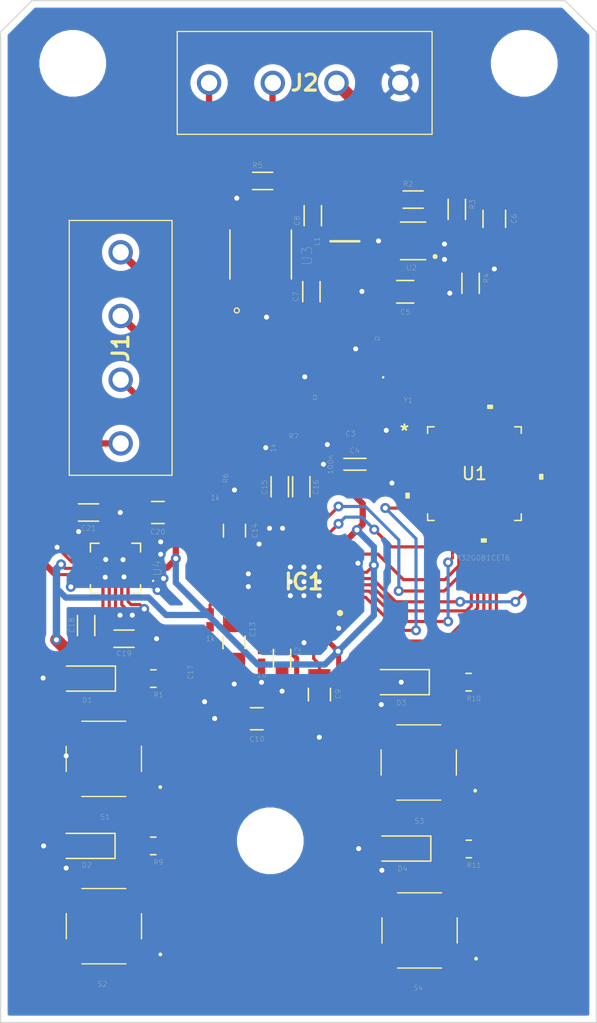
<source format=kicad_pcb>
(kicad_pcb (version 20171130) (host pcbnew "(5.1.7)-1")
  (layers (0 F.Cu signal) (31 B.Cu signal) (34 B.Paste user) (35 F.Paste user) (36 B.SilkS user) (37 F.SilkS user) (38 B.Mask user) (39 F.Mask user) (44 Edge.Cuts user))
  (net 0 "")
  (net 1 "Net-(C1-Pad2)")
  (net 2 GND)
  (net 3 "Net-(C2-Pad2)")
  (net 4 /CAN_Transceiver/VDD)
  (net 5 "Net-(C7-Pad2)")
  (net 6 "Net-(C8-Pad1)")
  (net 7 "Net-(C9-Pad1)")
  (net 8 "Net-(C13-Pad1)")
  (net 9 "Net-(C14-Pad1)")
  (net 10 /Codec_Subsystem/mic_conditioner/IN_R)
  (net 11 /Codec_Subsystem/mic_conditioner/IN_L)
  (net 12 "Net-(C17-Pad1)")
  (net 13 "Net-(C18-Pad2)")
  (net 14 "Net-(C19-Pad2)")
  (net 15 /sheet60D19BB9/C1)
  (net 16 /sheet60D324D3/C1)
  (net 17 /sheet60D3257E/C1)
  (net 18 /sheet60D32761/C1)
  (net 19 /Codec_Subsystem/kicad_schematic_speaker/LO)
  (net 20 /Codec_Subsystem/mic_conditioner/MICBIAS)
  (net 21 /Codec_Subsystem/MISO)
  (net 22 /Codec_Subsystem/MOSI)
  (net 23 /Microcontroller_Subsystem/PA5)
  (net 24 /Codec_Subsystem/DOUT)
  (net 25 /Codec_Subsystem/DIN)
  (net 26 /Microcontroller_Subsystem/PA4)
  (net 27 /Codec_Subsystem/BCLK)
  (net 28 "Net-(L1-Pad2)")
  (net 29 "Net-(L1-Pad1)")
  (net 30 "Net-(R2-Pad2)")
  (net 31 "Net-(R3-Pad2)")
  (net 32 /Microcontroller_Subsystem/PD1)
  (net 33 /Microcontroller_Subsystem/PD0)
  (net 34 /Codec_Subsystem/MIC_POS)
  (net 35 /Codec_Subsystem/MIC_NEG)
  (net 36 /Codec_Subsystem/SP_OUT+)
  (net 37 /Codec_Subsystem/SP_OUT-)
  (net 38 /CAN_Transceiver/CANH)
  (net 39 /CAN_Transceiver/CANL)
  (net 40 /Codec_Subsystem/VDD)
  (module ESAME:TB00650804BE (layer F.Cu) (at 104.36 52.56 180)
    (fp_text reference J2 (at 7.62 0) (layer F.SilkS) (effects (font (size 1.27 1.27) (thickness 0.254))))
    (fp_text value TB006-508-04BE hide)
    (pad 4 thru_hole circle (at 15.24 0 180) (size 1.95 1.95) (drill 1.3) (layers *.Cu *.Mask) (net 38 /CAN_Transceiver/CANH))
    (pad 3 thru_hole circle (at 10.16 0 180) (size 1.95 1.95) (drill 1.3) (layers *.Cu *.Mask) (net 39 /CAN_Transceiver/CANL))
    (pad 2 thru_hole circle (at 5.08 0 180) (size 1.95 1.95) (drill 1.3) (layers *.Cu *.Mask) (net 4 /CAN_Transceiver/VDD))
    (pad 1 thru_hole circle (at 0 0 180) (size 1.95 1.95) (drill 1.3) (layers *.Cu *.Mask) (net 2 GND))
  )
  (module MountingHole:MountingHole_4.3mm_M4 (layer F.Cu) (at 78.25 51)
    (fp_text reference H4 hide)
    (fp_text value MountingHole)
    (pad 1 np_thru_hole circle (at 0 0) (size 4.3 4.3) (drill 4.3) (layers *.Cu *.Mask))
  )
  (module MountingHole:MountingHole_4.3mm_M4 (layer F.Cu) (at 114.25 51)
    (fp_text reference H3 hide)
    (fp_text value MountingHole)
    (pad 1 np_thru_hole circle (at 0 0) (size 4.3 4.3) (drill 4.3) (layers *.Cu *.Mask))
  )
  (module MountingHole:MountingHole_4.3mm_M4 (layer F.Cu) (at 94 113)
    (fp_text reference H2 hide)
    (fp_text value MountingHole)
    (pad 1 np_thru_hole circle (at 0 0) (size 4.3 4.3) (drill 4.3) (layers *.Cu *.Mask))
  )
  (module Diode_SMD:D_SOD-123 (layer F.Cu) (at 104.55034 113.61834 180)
    (fp_text reference D4 (at 0.00254 -1.6002) (layer F.SilkS) (effects (font (size 0.415311 0.415311) (thickness 0.015))))
    (fp_text value MMSZ2V7T1G)
    (pad 2 smd rect (at 1.65 0 180) (size 0.9 1.2) (layers F.Cu F.Paste F.Mask) (net 2 GND))
    (pad 1 smd rect (at -1.65 0 180) (size 0.9 1.2) (layers F.Cu F.Paste F.Mask) (net 18 /sheet60D32761/C1))
  )
  (module Diode_SMD:D_SOD-123 (layer F.Cu) (at 104.42828 100.35006 180)
    (fp_text reference D3 (at -0.01524 -1.651) (layer F.SilkS) (effects (font (size 0.415311 0.415311) (thickness 0.015))))
    (fp_text value MMSZ2V7T1G)
    (pad 2 smd rect (at 1.65 0 180) (size 0.9 1.2) (layers F.Cu F.Paste F.Mask) (net 2 GND))
    (pad 1 smd rect (at -1.65 0 180) (size 0.9 1.2) (layers F.Cu F.Paste F.Mask) (net 17 /sheet60D3257E/C1))
  )
  (module Diode_SMD:D_SOD-123 (layer F.Cu) (at 79.37508 113.40788 180)
    (fp_text reference D2 (at 0.00508 -1.52908) (layer F.SilkS) (effects (font (size 0.415311 0.415311) (thickness 0.015))))
    (fp_text value MMSZ2V7T1G)
    (pad 2 smd rect (at 1.65 0 180) (size 0.9 1.2) (layers F.Cu F.Paste F.Mask) (net 2 GND))
    (pad 1 smd rect (at -1.65 0 180) (size 0.9 1.2) (layers F.Cu F.Paste F.Mask) (net 16 /sheet60D324D3/C1))
  )
  (module Diode_SMD:D_SOD-123 (layer F.Cu) (at 79.40462 100.0645 180)
    (fp_text reference D1 (at 0.00508 -1.71704) (layer F.SilkS) (effects (font (size 0.415311 0.415311) (thickness 0.015))))
    (fp_text value MMSZ2V7T1G)
    (pad 2 smd rect (at 1.65 0 180) (size 0.9 1.2) (layers F.Cu F.Paste F.Mask) (net 2 GND))
    (pad 1 smd rect (at -1.65 0 180) (size 0.9 1.2) (layers F.Cu F.Paste F.Mask) (net 15 /sheet60D19BB9/C1))
  )
  (module ESAME:STM32G0B1CET6 (layer F.Cu) (at 110.27678 83.71922)
    (fp_text reference U1 (at 0 0) (layer F.SilkS))
    (fp_text value STM32G0B1CET6 (at 0.27686 6.71322) (layer F.SilkS) (effects (font (size 0.415311 0.415311) (thickness 0.015))))
    (fp_text user * (at -5.582399 -3.381756) (layer F.SilkS))
    (fp_text user * (at -5.582399 -3.381756) (layer F.SilkS))
    (pad 48 smd rect (at -2.750693 -4.277101) (size 0.254 1.340599) (layers F.Cu F.Paste F.Mask))
    (pad 47 smd rect (at -2.250567 -4.277101) (size 0.254 1.340599) (layers F.Cu F.Paste F.Mask))
    (pad 46 smd rect (at -1.750441 -4.277101) (size 0.254 1.340599) (layers F.Cu F.Paste F.Mask))
    (pad 45 smd rect (at -1.250315 -4.277101) (size 0.254 1.340599) (layers F.Cu F.Paste F.Mask))
    (pad 44 smd rect (at -0.750189 -4.277101) (size 0.254 1.340599) (layers F.Cu F.Paste F.Mask))
    (pad 43 smd rect (at -0.250063 -4.277101) (size 0.254 1.340599) (layers F.Cu F.Paste F.Mask))
    (pad 42 smd rect (at 0.250063 -4.277101) (size 0.254 1.340599) (layers F.Cu F.Paste F.Mask))
    (pad 41 smd rect (at 0.750189 -4.277101) (size 0.254 1.340599) (layers F.Cu F.Paste F.Mask))
    (pad 40 smd rect (at 1.250315 -4.277101) (size 0.254 1.340599) (layers F.Cu F.Paste F.Mask))
    (pad 39 smd rect (at 1.750441 -4.277101) (size 0.254 1.340599) (layers F.Cu F.Paste F.Mask) (net 32 /Microcontroller_Subsystem/PD1))
    (pad 38 smd rect (at 2.250567 -4.277101) (size 0.254 1.340599) (layers F.Cu F.Paste F.Mask) (net 33 /Microcontroller_Subsystem/PD0))
    (pad 37 smd rect (at 2.750693 -4.277101) (size 0.254 1.340599) (layers F.Cu F.Paste F.Mask))
    (pad 36 smd rect (at 4.277101 -2.750693 90) (size 0.254 1.340599) (layers F.Cu F.Paste F.Mask))
    (pad 35 smd rect (at 4.277101 -2.250567 90) (size 0.254 1.340599) (layers F.Cu F.Paste F.Mask))
    (pad 34 smd rect (at 4.277101 -1.750441 90) (size 0.254 1.340599) (layers F.Cu F.Paste F.Mask) (net 24 /Codec_Subsystem/DOUT))
    (pad 33 smd rect (at 4.277101 -1.250315 90) (size 0.254 1.340599) (layers F.Cu F.Paste F.Mask))
    (pad 32 smd rect (at 4.277101 -0.750189 90) (size 0.254 1.340599) (layers F.Cu F.Paste F.Mask))
    (pad 31 smd rect (at 4.277101 -0.250063 90) (size 0.254 1.340599) (layers F.Cu F.Paste F.Mask))
    (pad 30 smd rect (at 4.277101 0.250063 90) (size 0.254 1.340599) (layers F.Cu F.Paste F.Mask))
    (pad 29 smd rect (at 4.277101 0.750189 90) (size 0.254 1.340599) (layers F.Cu F.Paste F.Mask))
    (pad 28 smd rect (at 4.277101 1.250315 90) (size 0.254 1.340599) (layers F.Cu F.Paste F.Mask))
    (pad 27 smd rect (at 4.277101 1.750441 90) (size 0.254 1.340599) (layers F.Cu F.Paste F.Mask))
    (pad 26 smd rect (at 4.277101 2.250567 90) (size 0.254 1.340599) (layers F.Cu F.Paste F.Mask))
    (pad 25 smd rect (at 4.277101 2.750693 90) (size 0.254 1.340599) (layers F.Cu F.Paste F.Mask))
    (pad 24 smd rect (at 2.750693 4.277101) (size 0.254 1.340599) (layers F.Cu F.Paste F.Mask))
    (pad 23 smd rect (at 2.250567 4.277101) (size 0.254 1.340599) (layers F.Cu F.Paste F.Mask))
    (pad 22 smd rect (at 1.750441 4.277101) (size 0.254 1.340599) (layers F.Cu F.Paste F.Mask) (net 18 /sheet60D32761/C1))
    (pad 21 smd rect (at 1.250315 4.277101) (size 0.254 1.340599) (layers F.Cu F.Paste F.Mask) (net 17 /sheet60D3257E/C1))
    (pad 20 smd rect (at 0.750189 4.277101) (size 0.254 1.340599) (layers F.Cu F.Paste F.Mask) (net 16 /sheet60D324D3/C1))
    (pad 19 smd rect (at 0.250063 4.277101) (size 0.254 1.340599) (layers F.Cu F.Paste F.Mask) (net 15 /sheet60D19BB9/C1))
    (pad 18 smd rect (at -0.250063 4.277101) (size 0.254 1.340599) (layers F.Cu F.Paste F.Mask) (net 25 /Codec_Subsystem/DIN))
    (pad 17 smd rect (at -0.750189 4.277101) (size 0.254 1.340599) (layers F.Cu F.Paste F.Mask) (net 21 /Codec_Subsystem/MISO))
    (pad 16 smd rect (at -1.250315 4.277101) (size 0.254 1.340599) (layers F.Cu F.Paste F.Mask) (net 23 /Microcontroller_Subsystem/PA5))
    (pad 15 smd rect (at -1.750441 4.277101) (size 0.254 1.340599) (layers F.Cu F.Paste F.Mask) (net 26 /Microcontroller_Subsystem/PA4))
    (pad 14 smd rect (at -2.250567 4.277101) (size 0.254 1.340599) (layers F.Cu F.Paste F.Mask))
    (pad 13 smd rect (at -2.750693 4.277101) (size 0.254 1.340599) (layers F.Cu F.Paste F.Mask) (net 22 /Codec_Subsystem/MOSI))
    (pad 12 smd rect (at -4.277101 2.750693 90) (size 0.254 1.340599) (layers F.Cu F.Paste F.Mask) (net 27 /Codec_Subsystem/BCLK))
    (pad 11 smd rect (at -4.277101 2.250567 90) (size 0.254 1.340599) (layers F.Cu F.Paste F.Mask))
    (pad 10 smd rect (at -4.277101 1.750441 90) (size 0.254 1.340599) (layers F.Cu F.Paste F.Mask))
    (pad 9 smd rect (at -4.277101 1.250315 90) (size 0.254 1.340599) (layers F.Cu F.Paste F.Mask))
    (pad 8 smd rect (at -4.277101 0.750189 90) (size 0.254 1.340599) (layers F.Cu F.Paste F.Mask))
    (pad 7 smd rect (at -4.277101 0.250063 90) (size 0.254 1.340599) (layers F.Cu F.Paste F.Mask) (net 2 GND))
    (pad 6 smd rect (at -4.277101 -0.250063 90) (size 0.254 1.340599) (layers F.Cu F.Paste F.Mask) (net 40 /Codec_Subsystem/VDD))
    (pad 5 smd rect (at -4.277101 -0.750189 90) (size 0.254 1.340599) (layers F.Cu F.Paste F.Mask) (net 40 /Codec_Subsystem/VDD))
    (pad 4 smd rect (at -4.277101 -1.250315 90) (size 0.254 1.340599) (layers F.Cu F.Paste F.Mask) (net 40 /Codec_Subsystem/VDD))
    (pad 3 smd rect (at -4.277101 -1.750441 90) (size 0.254 1.340599) (layers F.Cu F.Paste F.Mask) (net 3 "Net-(C2-Pad2)"))
    (pad 2 smd rect (at -4.277101 -2.250567 90) (size 0.254 1.340599) (layers F.Cu F.Paste F.Mask) (net 1 "Net-(C1-Pad2)"))
    (pad 1 smd rect (at -4.277101 -2.750693 90) (size 0.254 1.340599) (layers F.Cu F.Paste F.Mask))
  )
  (module ESAME:RESC0603X26N (layer F.Cu) (at 96.75 77.5 270)
    (fp_text reference C2 (at 0.131979 -0.820635 90) (layer F.SilkS) (effects (font (size 0.25008 0.25008) (thickness 0.015))))
    (fp_text value 20p)
    (pad 2 smd rect (at 0.28 0 270) (size 0.38 0.4) (layers F.Cu F.Paste F.Mask) (net 3 "Net-(C2-Pad2)"))
    (pad 1 smd rect (at -0.28 0 270) (size 0.38 0.4) (layers F.Cu F.Paste F.Mask) (net 2 GND))
  )
  (module ESAME:RESC0603X26N (layer F.Cu) (at 102.42 73.77)
    (fp_text reference C1 (at 0.131979 -0.820635) (layer F.SilkS) (effects (font (size 0.25008 0.25008) (thickness 0.015))))
    (fp_text value 20p)
    (pad 2 smd rect (at 0.28 0) (size 0.38 0.4) (layers F.Cu F.Paste F.Mask) (net 1 "Net-(C1-Pad2)"))
    (pad 1 smd rect (at -0.28 0) (size 0.38 0.4) (layers F.Cu F.Paste F.Mask) (net 2 GND))
  )
  (module ESAME:SOIC127P600X175-8N (layer F.Cu) (at 93.2327 66.24622 90)
    (fp_text reference U3 (at -0.10104 3.70548 270) (layer F.SilkS) (effects (font (size 0.802512 0.802512) (thickness 0.015))))
    (fp_text value MCP2542FD-H_SN)
    (pad 8 smd rect (at 2.46 -1.905 90) (size 1.91 0.6) (layers F.Cu F.Paste F.Mask) (net 2 GND))
    (pad 7 smd rect (at 2.46 -0.635 90) (size 1.91 0.6) (layers F.Cu F.Paste F.Mask) (net 38 /CAN_Transceiver/CANH))
    (pad 6 smd rect (at 2.46 0.635 90) (size 1.91 0.6) (layers F.Cu F.Paste F.Mask) (net 39 /CAN_Transceiver/CANL))
    (pad 5 smd rect (at 2.46 1.905 90) (size 1.91 0.6) (layers F.Cu F.Paste F.Mask) (net 6 "Net-(C8-Pad1)"))
    (pad 4 smd rect (at -2.46 1.905 90) (size 1.91 0.6) (layers F.Cu F.Paste F.Mask) (net 33 /Microcontroller_Subsystem/PD0))
    (pad 3 smd rect (at -2.46 0.635 90) (size 1.91 0.6) (layers F.Cu F.Paste F.Mask) (net 5 "Net-(C7-Pad2)"))
    (pad 2 smd rect (at -2.46 -0.635 90) (size 1.91 0.6) (layers F.Cu F.Paste F.Mask) (net 2 GND))
    (pad 1 smd rect (at -2.46 -1.905 90) (size 1.91 0.6) (layers F.Cu F.Paste F.Mask) (net 32 /Microcontroller_Subsystem/PD1))
  )
  (module ESAME:VREG_TPS63802DLAR (layer F.Cu) (at 105.3882 65.15908 180)
    (fp_text reference U2 (at 0.127 -2.1463) (layer F.SilkS) (effects (font (size 0.415311 0.415311) (thickness 0.015))))
    (fp_text value TPS63802DLAR)
    (pad 10 smd rect (at 0.75 -1 180) (size 0.9 0.25) (layers F.Cu F.Paste) (net 4 /CAN_Transceiver/VDD))
    (pad 9 smd rect (at 0.75 -0.5 180) (size 0.9 0.25) (layers F.Cu F.Paste) (net 29 "Net-(L1-Pad1)"))
    (pad 5 smd rect (at -0.9 1 180) (size 0.6 0.25) (layers F.Cu F.Paste) (net 30 "Net-(R2-Pad2)"))
    (pad 8 smd rect (at 0.55 0 180) (size 1.3 0.25) (layers F.Cu) (net 2 GND))
    (pad 7 smd rect (at 0.75 0.5 180) (size 0.9 0.25) (layers F.Cu F.Paste) (net 28 "Net-(L1-Pad2)"))
    (pad 6 smd rect (at 0.75 1 180) (size 0.9 0.25) (layers F.Cu F.Paste) (net 40 /Codec_Subsystem/VDD))
    (pad 4 smd rect (at -0.9 0.5 180) (size 0.6 0.25) (layers F.Cu F.Paste) (net 31 "Net-(R3-Pad2)"))
    (pad 3 smd rect (at -0.9 0 180) (size 0.6 0.25) (layers F.Cu F.Paste) (net 2 GND))
    (pad 2 smd rect (at -0.9 -0.5 180) (size 0.6 0.25) (layers F.Cu F.Paste) (net 2 GND))
    (pad 1 smd rect (at -0.9 -1 180) (size 0.6 0.25) (layers F.Cu F.Paste) (net 4 /CAN_Transceiver/VDD))
  )
  (module ESAME:RESC1005X40N (layer F.Cu) (at 89.2 95.38 90)
    (fp_text reference R8 (at 0.01524 0.98552 90) (layer F.SilkS) (effects (font (size 0.415311 0.415311) (thickness 0.015))))
    (fp_text value 1k (at -1.50114 0.02794 180) (layer F.SilkS) (effects (font (size 0.415311 0.415311) (thickness 0.015))))
    (pad 2 smd rect (at 0.55 0 180) (size 0.6 0.75) (layers F.Cu F.Paste F.Mask) (net 19 /Codec_Subsystem/kicad_schematic_speaker/LO))
    (pad 1 smd rect (at -0.55 0 180) (size 0.6 0.75) (layers F.Cu F.Paste F.Mask) (net 12 "Net-(C17-Pad1)"))
  )
  (module ESAME:TB00650804BE (layer F.Cu) (at 82.07 81.31 90)
    (fp_text reference J1 (at 7.62 0 90) (layer F.SilkS) (effects (font (size 1.27 1.27) (thickness 0.254))))
    (fp_text value TB006-508-04BE hide)
    (pad 4 thru_hole circle (at 15.24 0 90) (size 1.95 1.95) (drill 1.3) (layers *.Cu *.Mask) (net 35 /Codec_Subsystem/MIC_NEG))
    (pad 3 thru_hole circle (at 10.16 0 90) (size 1.95 1.95) (drill 1.3) (layers *.Cu *.Mask) (net 34 /Codec_Subsystem/MIC_POS))
    (pad 2 thru_hole circle (at 5.08 0 90) (size 1.95 1.95) (drill 1.3) (layers *.Cu *.Mask) (net 37 /Codec_Subsystem/SP_OUT-))
    (pad 1 thru_hole circle (at 0 0 90) (size 1.95 1.95) (drill 1.3) (layers *.Cu *.Mask) (net 36 /Codec_Subsystem/SP_OUT+))
  )
  (module ESAME:RESC1608X50N (layer F.Cu) (at 79.31656 95.83846 90)
    (fp_text reference C18 (at 0.0254 -1.1557 90) (layer F.SilkS) (effects (font (size 0.415311 0.415311) (thickness 0.015))))
    (fp_text value 0.1u)
    (pad 2 smd rect (at 0.79 0 90) (size 0.94 1.02) (layers F.Cu F.Paste F.Mask) (net 13 "Net-(C18-Pad2)"))
    (pad 1 smd rect (at -0.79 0 90) (size 0.94 1.02) (layers F.Cu F.Paste F.Mask) (net 12 "Net-(C17-Pad1)"))
  )
  (module ESAME:CAPC1608X95N (layer F.Cu) (at 88.76 99.58 270)
    (fp_text reference C17 (at -0.01016 1.12522 90) (layer F.SilkS) (effects (font (size 0.393701 0.393701) (thickness 0.015))))
    (fp_text value 4.7n)
    (pad 2 smd rect (at 0.76 0 270) (size 0.95 0.97) (layers F.Cu F.Paste F.Mask) (net 2 GND))
    (pad 1 smd rect (at -0.76 0 270) (size 0.95 0.97) (layers F.Cu F.Paste F.Mask) (net 12 "Net-(C17-Pad1)"))
  )
  (module ESAME:CAPC3216X180N (layer F.Cu) (at 85.04 86.82 180)
    (fp_text reference C20 (at 0.01016 -1.54178) (layer F.SilkS) (effects (font (size 0.415311 0.415311) (thickness 0.015))))
    (fp_text value 10u)
    (pad 2 smd rect (at 1.428 0 180) (size 1.21 1.77) (layers F.Cu F.Paste F.Mask) (net 2 GND))
    (pad 1 smd rect (at -1.428 0 180) (size 1.21 1.77) (layers F.Cu F.Paste F.Mask) (net 40 /Codec_Subsystem/VDD))
  )
  (module ESAME:RESC1005X40N (layer F.Cu) (at 95.92188 81.65 180)
    (fp_text reference R7 (at 0.05334 0.90424) (layer F.SilkS) (effects (font (size 0.415311 0.415311) (thickness 0.015))))
    (fp_text value 1k (at 1.69418 -0.02032 270) (layer F.SilkS) (effects (font (size 0.415311 0.415311) (thickness 0.015))))
    (pad 2 smd rect (at 0.55 0 270) (size 0.6 0.75) (layers F.Cu F.Paste F.Mask) (net 2 GND))
    (pad 1 smd rect (at -0.55 0 270) (size 0.6 0.75) (layers F.Cu F.Paste F.Mask) (net 35 /Codec_Subsystem/MIC_NEG))
  )
  (module ESAME:TSX3225240000MF15XAC3 (layer F.Cu) (at 101.6 77.69 180)
    (fp_text reference Y1 (at -3.39598 -0.17526) (layer F.SilkS) (effects (font (size 0.415311 0.415311) (thickness 0.015))))
    (fp_text value TSX-322524.0000MF15X-AC3 hide)
    (pad 4 smd rect (at -1.1 -0.8 270) (size 1.15 1.4) (layers F.Cu F.Paste F.Mask) (net 2 GND))
    (pad 3 smd rect (at 1.1 -0.8 270) (size 1.15 1.4) (layers F.Cu F.Paste F.Mask) (net 3 "Net-(C2-Pad2)"))
    (pad 2 smd rect (at 1.1 0.8 270) (size 1.15 1.4) (layers F.Cu F.Paste F.Mask) (net 2 GND))
    (pad 1 smd rect (at -1.1 0.8 270) (size 1.15 1.4) (layers F.Cu F.Paste F.Mask) (net 1 "Net-(C1-Pad2)"))
  )
  (module ESAME:CAPC3216X180N (layer F.Cu) (at 91.10994 97.18122 270)
    (fp_text reference C13 (at -1.04 -1.48 90) (layer F.SilkS) (effects (font (size 0.415311 0.415311) (thickness 0.015))))
    (fp_text value 10u)
    (pad 2 smd rect (at 1.428 0 270) (size 1.21 1.77) (layers F.Cu F.Paste F.Mask) (net 2 GND))
    (pad 1 smd rect (at -1.428 0 270) (size 1.21 1.77) (layers F.Cu F.Paste F.Mask) (net 8 "Net-(C13-Pad1)"))
  )
  (module ESAME:CAPC3216X180N (layer F.Cu) (at 91.1455 88.26836 90)
    (fp_text reference C14 (at -0.00762 1.62052 90) (layer F.SilkS) (effects (font (size 0.415311 0.415311) (thickness 0.015))))
    (fp_text value 10u)
    (pad 2 smd rect (at 1.428 0 90) (size 1.21 1.77) (layers F.Cu F.Paste F.Mask) (net 2 GND))
    (pad 1 smd rect (at -1.428 0 90) (size 1.21 1.77) (layers F.Cu F.Paste F.Mask) (net 9 "Net-(C14-Pad1)"))
  )
  (module ESAME:CAPC3216X180N (layer F.Cu) (at 92.9206 103.26834 180)
    (fp_text reference C10 (at -0.01016 -1.61798) (layer F.SilkS) (effects (font (size 0.415311 0.415311) (thickness 0.015))))
    (fp_text value 10u)
    (pad 2 smd rect (at 1.428 0 180) (size 1.21 1.77) (layers F.Cu F.Paste F.Mask) (net 2 GND))
    (pad 1 smd rect (at -1.428 0 180) (size 1.21 1.77) (layers F.Cu F.Paste F.Mask) (net 40 /Codec_Subsystem/VDD))
  )
  (module ESAME:CAPC3216X180N (layer F.Cu) (at 97.9181 101.34022 270)
    (fp_text reference C9 (at -0.03556 -1.49606 90) (layer F.SilkS) (effects (font (size 0.415311 0.415311) (thickness 0.015))))
    (fp_text value 10u)
    (pad 2 smd rect (at 1.428 0 270) (size 1.21 1.77) (layers F.Cu F.Paste F.Mask) (net 2 GND))
    (pad 1 smd rect (at -1.428 0 270) (size 1.21 1.77) (layers F.Cu F.Paste F.Mask) (net 7 "Net-(C9-Pad1)"))
  )
  (module ESAME:RESC1206X70N (layer F.Cu) (at 111.86266 63.4014 270)
    (fp_text reference C6 (at -0.02032 -1.57226 90) (layer F.SilkS) (effects (font (size 0.415311 0.415311) (thickness 0.015))))
    (fp_text value 22u)
    (pad 2 smd rect (at 1.528 0 270) (size 1.06 1.82) (layers F.Cu F.Paste F.Mask) (net 2 GND))
    (pad 1 smd rect (at -1.528 0 270) (size 1.06 1.82) (layers F.Cu F.Paste F.Mask) (net 40 /Codec_Subsystem/VDD))
  )
  (module ESAME:RESC1206X70N (layer F.Cu) (at 104.76082 69.218 180)
    (fp_text reference C5 (at -0.00508 -1.62306) (layer F.SilkS) (effects (font (size 0.415311 0.415311) (thickness 0.015))))
    (fp_text value 22u)
    (pad 2 smd rect (at 1.528 0 180) (size 1.06 1.82) (layers F.Cu F.Paste F.Mask) (net 2 GND))
    (pad 1 smd rect (at -1.528 0 180) (size 1.06 1.82) (layers F.Cu F.Paste F.Mask) (net 4 /CAN_Transceiver/VDD))
  )
  (module ESAME:RESC1608X50N (layer F.Cu) (at 108.87308 62.64702 270)
    (fp_text reference R3 (at -0.406158 -1.250001 90) (layer F.SilkS) (effects (font (size 0.415311 0.415311) (thickness 0.015))))
    (fp_text value 511k)
    (pad 2 smd rect (at 0.79 0 270) (size 0.94 1.02) (layers F.Cu F.Paste F.Mask) (net 31 "Net-(R3-Pad2)"))
    (pad 1 smd rect (at -0.79 0 270) (size 0.94 1.02) (layers F.Cu F.Paste F.Mask) (net 40 /Codec_Subsystem/VDD))
  )
  (module ESAME:RESC1608X50N (layer F.Cu) (at 105.39328 61.8647)
    (fp_text reference R2 (at -0.406158 -1.250001) (layer F.SilkS) (effects (font (size 0.415311 0.415311) (thickness 0.015))))
    (fp_text value 100k)
    (pad 2 smd rect (at 0.79 0) (size 0.94 1.02) (layers F.Cu F.Paste F.Mask) (net 30 "Net-(R2-Pad2)"))
    (pad 1 smd rect (at -0.79 0) (size 0.94 1.02) (layers F.Cu F.Paste F.Mask) (net 40 /Codec_Subsystem/VDD))
  )
  (module ESAME:RESC1608X50N (layer F.Cu) (at 94.75738 84.7657 90)
    (fp_text reference C15 (at -0.04318 -1.21412 90) (layer F.SilkS) (effects (font (size 0.415311 0.415311) (thickness 0.015))))
    (fp_text value 0.1u)
    (pad 2 smd rect (at 0.79 0 90) (size 0.94 1.02) (layers F.Cu F.Paste F.Mask) (net 34 /Codec_Subsystem/MIC_POS))
    (pad 1 smd rect (at -0.79 0 90) (size 0.94 1.02) (layers F.Cu F.Paste F.Mask) (net 10 /Codec_Subsystem/mic_conditioner/IN_R))
  )
  (module ESAME:QFN50P400X400X80-21N270X270 (layer F.Cu) (at 81.65814 91.27312 180)
    (fp_text reference U4 (at -3.3215 0.0151 90) (layer F.SilkS) (effects (font (size 0.640045 0.640045) (thickness 0.015))))
    (fp_text value TPA2012D2RTJT)
    (pad 21 smd rect (at 0 0 180) (size 2.7 2.7) (layers F.Cu F.Paste F.Mask) (net 2 GND))
    (pad 20 smd rect (at -1 -1.97 180) (size 0.26 0.84) (layers F.Cu F.Paste F.Mask) (net 2 GND))
    (pad 19 smd rect (at -0.5 -1.97 180) (size 0.26 0.84) (layers F.Cu F.Paste F.Mask) (net 2 GND))
    (pad 18 smd rect (at 0 -1.97 180) (size 0.26 0.84) (layers F.Cu F.Paste F.Mask) (net 2 GND))
    (pad 17 smd rect (at 0.5 -1.97 180) (size 0.26 0.84) (layers F.Cu F.Paste F.Mask) (net 14 "Net-(C19-Pad2)"))
    (pad 16 smd rect (at 1 -1.97 180) (size 0.26 0.84) (layers F.Cu F.Paste F.Mask) (net 13 "Net-(C18-Pad2)"))
    (pad 15 smd rect (at 1.97 -1 180) (size 0.84 0.26) (layers F.Cu F.Paste F.Mask) (net 2 GND))
    (pad 14 smd rect (at 1.97 -0.5 180) (size 0.84 0.26) (layers F.Cu F.Paste F.Mask) (net 36 /Codec_Subsystem/SP_OUT+))
    (pad 13 smd rect (at 1.97 0 180) (size 0.84 0.26) (layers F.Cu F.Paste F.Mask) (net 40 /Codec_Subsystem/VDD))
    (pad 12 smd rect (at 1.97 0.5 180) (size 0.84 0.26) (layers F.Cu F.Paste F.Mask) (net 2 GND))
    (pad 11 smd rect (at 1.97 1 180) (size 0.84 0.26) (layers F.Cu F.Paste F.Mask) (net 37 /Codec_Subsystem/SP_OUT-))
    (pad 10 smd rect (at 1 1.97 180) (size 0.26 0.84) (layers F.Cu F.Paste F.Mask))
    (pad 9 smd rect (at 0.5 1.97 180) (size 0.26 0.84) (layers F.Cu F.Paste F.Mask) (net 40 /Codec_Subsystem/VDD))
    (pad 8 smd rect (at 0 1.97 180) (size 0.26 0.84) (layers F.Cu F.Paste F.Mask))
    (pad 7 smd rect (at -0.5 1.97 180) (size 0.26 0.84) (layers F.Cu F.Paste F.Mask))
    (pad 6 smd rect (at -1 1.97 180) (size 0.26 0.84) (layers F.Cu F.Paste F.Mask))
    (pad 5 smd rect (at -1.97 1 180) (size 0.84 0.26) (layers F.Cu F.Paste F.Mask) (net 2 GND))
    (pad 4 smd rect (at -1.97 0.5 180) (size 0.84 0.26) (layers F.Cu F.Paste F.Mask) (net 2 GND))
    (pad 3 smd rect (at -1.97 0 180) (size 0.84 0.26) (layers F.Cu F.Paste F.Mask) (net 40 /Codec_Subsystem/VDD))
    (pad 2 smd rect (at -1.97 -0.5 180) (size 0.84 0.26) (layers F.Cu F.Paste F.Mask) (net 2 GND))
    (pad 1 smd rect (at -1.97 -1 180) (size 0.84 0.26) (layers F.Cu F.Paste F.Mask) (net 2 GND))
  )
  (module ESAME:PTS645SK50JSMTR92LFS (layer F.Cu) (at 105.90416 120.14614 180)
    (fp_text reference S4 (at 0.1143 -4.58724) (layer F.SilkS) (effects (font (size 0.415311 0.415311) (thickness 0.015))))
    (fp_text value PTS645SK50JSMTR92_LFS hide)
    (pad D1 smd rect (at 3 2.25 270) (size 1.3 1.5) (layers F.Cu F.Paste F.Mask) (net 2 GND))
    (pad C1 smd rect (at -3 2.25 270) (size 1.3 1.5) (layers F.Cu F.Paste F.Mask) (net 18 /sheet60D32761/C1))
    (pad B1 smd rect (at 3 -2.25 270) (size 1.3 1.5) (layers F.Cu F.Paste F.Mask))
    (pad A1 smd rect (at -3 -2.25 270) (size 1.3 1.5) (layers F.Cu F.Paste F.Mask))
  )
  (module ESAME:PTS645SK50JSMTR92LFS (layer F.Cu) (at 105.83544 106.7534 180)
    (fp_text reference S3 (at -0.04318 -4.67106) (layer F.SilkS) (effects (font (size 0.415311 0.415311) (thickness 0.015))))
    (fp_text value PTS645SK50JSMTR92_LFS hide)
    (pad D1 smd rect (at 3 2.25 270) (size 1.3 1.5) (layers F.Cu F.Paste F.Mask) (net 2 GND))
    (pad C1 smd rect (at -3 2.25 270) (size 1.3 1.5) (layers F.Cu F.Paste F.Mask) (net 17 /sheet60D3257E/C1))
    (pad B1 smd rect (at 3 -2.25 270) (size 1.3 1.5) (layers F.Cu F.Paste F.Mask))
    (pad A1 smd rect (at -3 -2.25 270) (size 1.3 1.5) (layers F.Cu F.Paste F.Mask))
  )
  (module ESAME:PTS645SK50JSMTR92LFS (layer F.Cu) (at 80.73144 119.81122 180)
    (fp_text reference S2 (at 0.11684 -4.61264) (layer F.SilkS) (effects (font (size 0.415311 0.415311) (thickness 0.015))))
    (fp_text value PTS645SK50JSMTR92_LFS hide)
    (pad D1 smd rect (at 3 2.25 270) (size 1.3 1.5) (layers F.Cu F.Paste F.Mask) (net 2 GND))
    (pad C1 smd rect (at -3 2.25 270) (size 1.3 1.5) (layers F.Cu F.Paste F.Mask) (net 16 /sheet60D324D3/C1))
    (pad B1 smd rect (at 3 -2.25 270) (size 1.3 1.5) (layers F.Cu F.Paste F.Mask))
    (pad A1 smd rect (at -3 -2.25 270) (size 1.3 1.5) (layers F.Cu F.Paste F.Mask))
  )
  (module ESAME:PTS645SK50JSMTR92LFS (layer F.Cu) (at 80.72542 106.46784 180)
    (fp_text reference S1 (at -0.10668 -4.63296) (layer F.SilkS) (effects (font (size 0.415311 0.415311) (thickness 0.015))))
    (fp_text value PTS645SK50JSMTR92_LFS hide)
    (pad D1 smd rect (at 3 2.25 270) (size 1.3 1.5) (layers F.Cu F.Paste F.Mask) (net 2 GND))
    (pad C1 smd rect (at -3 2.25 270) (size 1.3 1.5) (layers F.Cu F.Paste F.Mask) (net 15 /sheet60D19BB9/C1))
    (pad B1 smd rect (at 3 -2.25 270) (size 1.3 1.5) (layers F.Cu F.Paste F.Mask))
    (pad A1 smd rect (at -3 -2.25 270) (size 1.3 1.5) (layers F.Cu F.Paste F.Mask))
  )
  (module ESAME:RESC2012X60N (layer F.Cu) (at 109.82592 113.65136 180)
    (fp_text reference R11 (at -0.41 -1.3) (layer F.SilkS) (effects (font (size 0.393701 0.393701) (thickness 0.015))))
    (fp_text value 13k)
    (pad 2 smd rect (at 0.97 0 180) (size 0.89 1.42) (layers F.Cu F.Paste F.Mask) (net 18 /sheet60D32761/C1))
    (pad 1 smd rect (at -0.97 0 180) (size 0.89 1.42) (layers F.Cu F.Paste F.Mask) (net 40 /Codec_Subsystem/VDD))
  )
  (module ESAME:RESC2012X60N (layer F.Cu) (at 109.81308 100.35006 180)
    (fp_text reference R10 (at -0.41 -1.3) (layer F.SilkS) (effects (font (size 0.393701 0.393701) (thickness 0.015))))
    (fp_text value 13k)
    (pad 2 smd rect (at 0.97 0 180) (size 0.89 1.42) (layers F.Cu F.Paste F.Mask) (net 17 /sheet60D3257E/C1))
    (pad 1 smd rect (at -0.97 0 180) (size 0.89 1.42) (layers F.Cu F.Paste F.Mask) (net 40 /Codec_Subsystem/VDD))
  )
  (module ESAME:RESC2012X60N (layer F.Cu) (at 84.67098 113.40788 180)
    (fp_text reference R9 (at -0.41 -1.3) (layer F.SilkS) (effects (font (size 0.393701 0.393701) (thickness 0.015))))
    (fp_text value 13k)
    (pad 2 smd rect (at 0.97 0 180) (size 0.89 1.42) (layers F.Cu F.Paste F.Mask) (net 16 /sheet60D324D3/C1))
    (pad 1 smd rect (at -0.97 0 180) (size 0.89 1.42) (layers F.Cu F.Paste F.Mask) (net 40 /Codec_Subsystem/VDD))
  )
  (module ESAME:RESC1005X40N (layer F.Cu) (at 89.52 84.08 90)
    (fp_text reference R6 (at -0.00762 0.91186 90) (layer F.SilkS) (effects (font (size 0.415311 0.415311) (thickness 0.015))))
    (fp_text value 1k (at -1.55702 0.09144 180) (layer F.SilkS) (effects (font (size 0.415311 0.415311) (thickness 0.015))))
    (pad 2 smd rect (at 0.55 0 180) (size 0.6 0.75) (layers F.Cu F.Paste F.Mask) (net 34 /Codec_Subsystem/MIC_POS))
    (pad 1 smd rect (at -0.55 0 180) (size 0.6 0.75) (layers F.Cu F.Paste F.Mask) (net 20 /Codec_Subsystem/mic_conditioner/MICBIAS))
  )
  (module ESAME:RESC1608X50N (layer F.Cu) (at 93.3877 60.38)
    (fp_text reference R5 (at -0.406158 -1.250001) (layer F.SilkS) (effects (font (size 0.415311 0.415311) (thickness 0.015))))
    (fp_text value 120)
    (pad 2 smd rect (at 0.79 0) (size 0.94 1.02) (layers F.Cu F.Paste F.Mask) (net 39 /CAN_Transceiver/CANL))
    (pad 1 smd rect (at -0.79 0) (size 0.94 1.02) (layers F.Cu F.Paste F.Mask) (net 38 /CAN_Transceiver/CANH))
  )
  (module ESAME:RESC1608X50N (layer F.Cu) (at 109.97 68.54 270)
    (fp_text reference R4 (at -0.406158 -1.250001 90) (layer F.SilkS) (effects (font (size 0.415311 0.415311) (thickness 0.015))))
    (fp_text value 91k)
    (pad 2 smd rect (at 0.79 0 270) (size 0.94 1.02) (layers F.Cu F.Paste F.Mask) (net 2 GND))
    (pad 1 smd rect (at -0.79 0 270) (size 0.94 1.02) (layers F.Cu F.Paste F.Mask) (net 31 "Net-(R3-Pad2)"))
  )
  (module ESAME:RESC2012X60N (layer F.Cu) (at 84.67766 100.0645 180)
    (fp_text reference R1 (at -0.41 -1.3) (layer F.SilkS) (effects (font (size 0.393701 0.393701) (thickness 0.015))))
    (fp_text value 13k)
    (pad 2 smd rect (at 0.97 0 180) (size 0.89 1.42) (layers F.Cu F.Paste F.Mask) (net 15 /sheet60D19BB9/C1))
    (pad 1 smd rect (at -0.97 0 180) (size 0.89 1.42) (layers F.Cu F.Paste F.Mask) (net 40 /Codec_Subsystem/VDD))
  )
  (module ESAME:INDC3225X120N (layer F.Cu) (at 99.95 65.19 90)
    (fp_text reference L1 (at -0.00508 -2.21742 90) (layer F.SilkS) (effects (font (size 0.415311 0.415311) (thickness 0.015))))
    (fp_text value 470n hide)
    (pad 2 smd rect (at 1.4 0 90) (size 1.3 2.7) (layers F.Cu F.Paste F.Mask) (net 28 "Net-(L1-Pad2)"))
    (pad 1 smd rect (at -1.4 0 90) (size 1.3 2.7) (layers F.Cu F.Paste F.Mask) (net 29 "Net-(L1-Pad1)"))
  )
  (module ESAME:QFN50P500X500X100-33N-D (layer F.Cu) (at 96.6827 92.33744 180)
    (fp_text reference IC1 (at 0 0) (layer F.SilkS) (effects (font (size 1.27 1.27) (thickness 0.254))))
    (fp_text value TLV320AIC3254IRHBT hide)
    (pad 33 smd rect (at 0 0 180) (size 3.55 3.55) (layers F.Cu F.Paste F.Mask) (net 2 GND))
    (pad 32 smd rect (at -1.75 -2.45 180) (size 0.3 0.85) (layers F.Cu F.Paste F.Mask) (net 2 GND))
    (pad 31 smd rect (at -1.25 -2.45 180) (size 0.3 0.85) (layers F.Cu F.Paste F.Mask) (net 40 /Codec_Subsystem/VDD))
    (pad 30 smd rect (at -0.75 -2.45 180) (size 0.3 0.85) (layers F.Cu F.Paste F.Mask) (net 40 /Codec_Subsystem/VDD))
    (pad 29 smd rect (at -0.25 -2.45 180) (size 0.3 0.85) (layers F.Cu F.Paste F.Mask) (net 7 "Net-(C9-Pad1)"))
    (pad 28 smd rect (at 0.25 -2.45 180) (size 0.3 0.85) (layers F.Cu F.Paste F.Mask) (net 2 GND))
    (pad 27 smd rect (at 0.75 -2.45 180) (size 0.3 0.85) (layers F.Cu F.Paste F.Mask))
    (pad 26 smd rect (at 1.25 -2.45 180) (size 0.3 0.85) (layers F.Cu F.Paste F.Mask) (net 40 /Codec_Subsystem/VDD))
    (pad 25 smd rect (at 1.75 -2.45 180) (size 0.3 0.85) (layers F.Cu F.Paste F.Mask))
    (pad 24 smd rect (at 2.45 -1.75 270) (size 0.3 0.85) (layers F.Cu F.Paste F.Mask) (net 8 "Net-(C13-Pad1)"))
    (pad 23 smd rect (at 2.45 -1.25 270) (size 0.3 0.85) (layers F.Cu F.Paste F.Mask))
    (pad 22 smd rect (at 2.45 -0.75 270) (size 0.3 0.85) (layers F.Cu F.Paste F.Mask) (net 19 /Codec_Subsystem/kicad_schematic_speaker/LO))
    (pad 21 smd rect (at 2.45 -0.25 270) (size 0.3 0.85) (layers F.Cu F.Paste F.Mask) (net 2 GND))
    (pad 20 smd rect (at 2.45 0.25 270) (size 0.3 0.85) (layers F.Cu F.Paste F.Mask) (net 2 GND))
    (pad 19 smd rect (at 2.45 0.75 270) (size 0.3 0.85) (layers F.Cu F.Paste F.Mask) (net 20 /Codec_Subsystem/mic_conditioner/MICBIAS))
    (pad 18 smd rect (at 2.45 1.25 270) (size 0.3 0.85) (layers F.Cu F.Paste F.Mask) (net 9 "Net-(C14-Pad1)"))
    (pad 17 smd rect (at 2.45 1.75 270) (size 0.3 0.85) (layers F.Cu F.Paste F.Mask) (net 2 GND))
    (pad 16 smd rect (at 1.75 2.45 180) (size 0.3 0.85) (layers F.Cu F.Paste F.Mask) (net 2 GND))
    (pad 15 smd rect (at 1.25 2.45 180) (size 0.3 0.85) (layers F.Cu F.Paste F.Mask) (net 2 GND))
    (pad 14 smd rect (at 0.75 2.45 180) (size 0.3 0.85) (layers F.Cu F.Paste F.Mask) (net 10 /Codec_Subsystem/mic_conditioner/IN_R))
    (pad 13 smd rect (at 0.25 2.45 180) (size 0.3 0.85) (layers F.Cu F.Paste F.Mask) (net 11 /Codec_Subsystem/mic_conditioner/IN_L))
    (pad 12 smd rect (at -0.25 2.45 180) (size 0.3 0.85) (layers F.Cu F.Paste F.Mask) (net 40 /Codec_Subsystem/VDD))
    (pad 11 smd rect (at -0.75 2.45 180) (size 0.3 0.85) (layers F.Cu F.Paste F.Mask) (net 21 /Codec_Subsystem/MISO))
    (pad 10 smd rect (at -1.25 2.45 180) (size 0.3 0.85) (layers F.Cu F.Paste F.Mask) (net 22 /Codec_Subsystem/MOSI))
    (pad 9 smd rect (at -1.75 2.45 180) (size 0.3 0.85) (layers F.Cu F.Paste F.Mask) (net 40 /Codec_Subsystem/VDD))
    (pad 8 smd rect (at -2.45 1.75 270) (size 0.3 0.85) (layers F.Cu F.Paste F.Mask) (net 23 /Microcontroller_Subsystem/PA5))
    (pad 7 smd rect (at -2.45 1.25 270) (size 0.3 0.85) (layers F.Cu F.Paste F.Mask) (net 2 GND))
    (pad 6 smd rect (at -2.45 0.75 270) (size 0.3 0.85) (layers F.Cu F.Paste F.Mask) (net 40 /Codec_Subsystem/VDD))
    (pad 5 smd rect (at -2.45 0.25 270) (size 0.3 0.85) (layers F.Cu F.Paste F.Mask) (net 24 /Codec_Subsystem/DOUT))
    (pad 4 smd rect (at -2.45 -0.25 270) (size 0.3 0.85) (layers F.Cu F.Paste F.Mask) (net 25 /Codec_Subsystem/DIN))
    (pad 3 smd rect (at -2.45 -0.75 270) (size 0.3 0.85) (layers F.Cu F.Paste F.Mask) (net 26 /Microcontroller_Subsystem/PA4))
    (pad 2 smd rect (at -2.45 -1.25 270) (size 0.3 0.85) (layers F.Cu F.Paste F.Mask) (net 27 /Codec_Subsystem/BCLK))
    (pad 1 smd rect (at -2.45 -1.75 270) (size 0.3 0.85) (layers F.Cu F.Paste F.Mask))
  )
  (module ESAME:RESC1608X50N (layer F.Cu) (at 79.51 86.82 180)
    (fp_text reference C21 (at 0 -1.24968) (layer F.SilkS) (effects (font (size 0.415311 0.415311) (thickness 0.015))))
    (fp_text value 0.1u)
    (pad 2 smd rect (at 0.79 0 180) (size 0.94 1.02) (layers F.Cu F.Paste F.Mask) (net 2 GND))
    (pad 1 smd rect (at -0.79 0 180) (size 0.94 1.02) (layers F.Cu F.Paste F.Mask) (net 40 /Codec_Subsystem/VDD))
  )
  (module ESAME:RESC1608X50N (layer F.Cu) (at 82.33964 96.8838 180)
    (fp_text reference C19 (at 0.00006 -1.18618) (layer F.SilkS) (effects (font (size 0.415311 0.415311) (thickness 0.015))))
    (fp_text value 0.1u)
    (pad 2 smd rect (at 0.79 0 180) (size 0.94 1.02) (layers F.Cu F.Paste F.Mask) (net 14 "Net-(C19-Pad2)"))
    (pad 1 smd rect (at -0.79 0 180) (size 0.94 1.02) (layers F.Cu F.Paste F.Mask) (net 2 GND))
  )
  (module ESAME:RESC1608X50N (layer F.Cu) (at 96.47188 84.7657 90)
    (fp_text reference C16 (at -0.03302 1.17094 90) (layer F.SilkS) (effects (font (size 0.415311 0.415311) (thickness 0.015))))
    (fp_text value 0.1u)
    (pad 2 smd rect (at 0.79 0 90) (size 0.94 1.02) (layers F.Cu F.Paste F.Mask) (net 35 /Codec_Subsystem/MIC_NEG))
    (pad 1 smd rect (at -0.79 0 90) (size 0.94 1.02) (layers F.Cu F.Paste F.Mask) (net 11 /Codec_Subsystem/mic_conditioner/IN_L))
  )
  (module ESAME:RESC1608X50N (layer F.Cu) (at 94.94 98.53 270)
    (fp_text reference C12 (at -0.406158 -1.250001 90) (layer F.SilkS) (effects (font (size 0.415311 0.415311) (thickness 0.015))))
    (fp_text value 0.1u)
    (pad 2 smd rect (at 0.79 0 270) (size 0.94 1.02) (layers F.Cu F.Paste F.Mask) (net 2 GND))
    (pad 1 smd rect (at -0.79 0 270) (size 0.94 1.02) (layers F.Cu F.Paste F.Mask) (net 40 /Codec_Subsystem/VDD))
  )
  (module ESAME:RESC1005X40N (layer F.Cu) (at 93.31 98.29 270)
    (fp_text reference C11 (at -0.02794 -0.92964 90) (layer F.SilkS) (effects (font (size 0.415311 0.415311) (thickness 0.015))))
    (fp_text value 1u (at 1.46304 0 180) (layer F.SilkS) (effects (font (size 0.415311 0.415311) (thickness 0.015))))
    (pad 2 smd rect (at 0.55 0) (size 0.6 0.75) (layers F.Cu F.Paste F.Mask) (net 2 GND))
    (pad 1 smd rect (at -0.55 0) (size 0.6 0.75) (layers F.Cu F.Paste F.Mask) (net 40 /Codec_Subsystem/VDD))
  )
  (module ESAME:RESC1608X50N (layer F.Cu) (at 97.39 63.15 90)
    (fp_text reference C8 (at -0.406158 -1.250001 90) (layer F.SilkS) (effects (font (size 0.415311 0.415311) (thickness 0.015))))
    (fp_text value 0.1u)
    (pad 2 smd rect (at 0.79 0 90) (size 0.94 1.02) (layers F.Cu F.Paste F.Mask) (net 40 /Codec_Subsystem/VDD))
    (pad 1 smd rect (at -0.79 0 90) (size 0.94 1.02) (layers F.Cu F.Paste F.Mask) (net 6 "Net-(C8-Pad1)"))
  )
  (module ESAME:RESC1608X50N (layer F.Cu) (at 97.28 69.21 90)
    (fp_text reference C7 (at -0.406158 -1.250001 90) (layer F.SilkS) (effects (font (size 0.415311 0.415311) (thickness 0.015))))
    (fp_text value 0.1u)
    (pad 2 smd rect (at 0.79 0 90) (size 0.94 1.02) (layers F.Cu F.Paste F.Mask) (net 5 "Net-(C7-Pad2)"))
    (pad 1 smd rect (at -0.79 0 90) (size 0.94 1.02) (layers F.Cu F.Paste F.Mask) (net 4 /CAN_Transceiver/VDD))
  )
  (module ESAME:CAPC1608X90N (layer F.Cu) (at 100.7521 82.97284 180)
    (fp_text reference C4 (at 0.02032 1.0922) (layer F.SilkS) (effects (font (size 0.415311 0.415311) (thickness 0.015))))
    (fp_text value 100n (at 1.95326 -0.0254 90) (layer F.SilkS) (effects (font (size 0.415311 0.415311) (thickness 0.015))))
    (pad 2 smd rect (at 0.775 0 180) (size 0.92 0.97) (layers F.Cu F.Paste F.Mask) (net 2 GND))
    (pad 1 smd rect (at -0.775 0 180) (size 0.92 0.97) (layers F.Cu F.Paste F.Mask) (net 40 /Codec_Subsystem/VDD))
  )
  (module ESAME:RESC0603X26N (layer F.Cu) (at 100.42 81.34 180)
    (fp_text reference C3 (at 0.01778 0.8001) (layer F.SilkS) (effects (font (size 0.415311 0.415311) (thickness 0.015))))
    (fp_text value 4.7u)
    (pad 2 smd rect (at 0.28 0 180) (size 0.38 0.4) (layers F.Cu F.Paste F.Mask) (net 2 GND))
    (pad 1 smd rect (at -0.28 0 180) (size 0.38 0.4) (layers F.Cu F.Paste F.Mask) (net 40 /Codec_Subsystem/VDD))
  )
  (gr_line (start 117.5 46) (end 75 46) (layer Edge.Cuts) (width 0.1))
  (gr_line (start 117.5 46) (end 120 48.5) (layer Edge.Cuts) (width 0.1))
  (gr_line (start 72.5 48.5) (end 75 46) (layer Edge.Cuts) (width 0.1))
  (gr_line (start 72.5 127.5) (end 72.5 48.5) (layer Edge.Cuts) (width 0.1))
  (gr_line (start 120 48.5) (end 120 127.5) (layer Edge.Cuts) (width 0.1))
  (gr_line (start 120 127.5) (end 72.5 127.5) (layer Edge.Cuts) (width 0.1))
  (segment (start 109.51148 79.427008) (end 109.526591 79.442119) (width 0.25) (layer F.Cu) (net 0))
  (segment (start 102.7 76.89) (end 104.05 76.89) (width 0.25) (layer F.Cu) (net 1))
  (segment (start 104.05 76.89) (end 104.52 77.36) (width 0.25) (layer F.Cu) (net 1))
  (segment (start 104.52 80.871149) (end 105.117504 81.468653) (width 0.25) (layer F.Cu) (net 1))
  (segment (start 104.52 77.36) (end 104.52 80.871149) (width 0.25) (layer F.Cu) (net 1))
  (segment (start 105.117504 81.468653) (end 105.341347 81.468653) (width 0.25) (layer F.Cu) (net 1))
  (segment (start 105.341347 81.468653) (end 105.158653 81.468653) (width 0.25) (layer F.Cu) (net 1))
  (segment (start 105.999679 81.468653) (end 105.341347 81.468653) (width 0.25) (layer F.Cu) (net 1))
  (segment (start 102.7 76.89) (end 102.7 73.77) (width 0.25) (layer F.Cu) (net 1))
  (via (at 107.89 65.41) (size 0.8) (drill 0.4) (layers F.Cu B.Cu) (net 2))
  (via (at 88.76 101.91) (size 0.8) (drill 0.4) (layers F.Cu B.Cu) (net 2))
  (via (at 96.69 97.2) (size 0.8) (drill 0.4) (layers F.Cu B.Cu) (net 2))
  (via (at 93.94 88.08) (size 0.8) (drill 0.4) (layers F.Cu B.Cu) (net 2))
  (via (at 95.6 93.45) (size 0.8) (drill 0.4) (layers F.Cu B.Cu) (net 2))
  (via (at 96.6827 93.45) (size 0.8) (drill 0.4) (layers F.Cu B.Cu) (net 2))
  (via (at 97.9 93.45) (size 0.8) (drill 0.4) (layers F.Cu B.Cu) (net 2))
  (via (at 97.9 92.33744) (size 0.8) (drill 0.4) (layers F.Cu B.Cu) (net 2))
  (via (at 95.6 92.33744) (size 0.8) (drill 0.4) (layers F.Cu B.Cu) (net 2))
  (via (at 97.9 91.17) (size 0.8) (drill 0.4) (layers F.Cu B.Cu) (net 2))
  (via (at 96.6827 91.17) (size 0.8) (drill 0.4) (layers F.Cu B.Cu) (net 2))
  (via (at 95.6 91.17) (size 0.8) (drill 0.4) (layers F.Cu B.Cu) (net 2))
  (via (at 92.25 92.73) (size 0.8) (drill 0.4) (layers F.Cu B.Cu) (net 2))
  (via (at 85.26 90.15) (size 0.8) (drill 0.4) (layers F.Cu B.Cu) (net 2))
  (via (at 83 95.01) (size 0.8) (drill 0.4) (layers F.Cu B.Cu) (net 2))
  (via (at 82.02 95.01) (size 0.8) (drill 0.4) (layers F.Cu B.Cu) (net 2))
  (via (at 80.84 91.98) (size 0.8) (drill 0.4) (layers F.Cu B.Cu) (net 2))
  (via (at 82.26 90.58) (size 0.8) (drill 0.4) (layers F.Cu B.Cu) (net 2))
  (via (at 80.88 90.57) (size 0.8) (drill 0.4) (layers F.Cu B.Cu) (net 2))
  (segment (start 79.68584 92.27542) (end 79.68814 92.27312) (width 0.25) (layer F.Cu) (net 2))
  (segment (start 99.1327 91.11172) (end 99.131981 91.112439) (width 0.25) (layer F.Cu) (net 2))
  (segment (start 99.1327 91.08744) (end 99.1327 91.11172) (width 0.25) (layer F.Cu) (net 2))
  (via (at 89.5702 103.2472) (size 0.8) (drill 0.4) (layers F.Cu B.Cu) (net 2))
  (via (at 84.934 96.8838) (size 0.8) (drill 0.4) (layers F.Cu B.Cu) (net 2))
  (via (at 98.24 82.97284) (size 0.8) (drill 0.4) (layers F.Cu B.Cu) (net 2))
  (via (at 91.3277 61.75) (size 0.8) (drill 0.4) (layers F.Cu B.Cu) (net 2))
  (via (at 101.3056 69.1902) (size 0.8) (drill 0.4) (layers F.Cu B.Cu) (net 2))
  (via (at 107.89 66.64) (size 0.8) (drill 0.4) (layers F.Cu B.Cu) (net 2))
  (via (at 101.045 113.6226) (size 0.8) (drill 0.4) (layers F.Cu B.Cu) (net 2))
  (via (at 83.95 94.51) (size 0.8) (drill 0.4) (layers F.Cu B.Cu) (net 2))
  (segment (start 82.15814 93.24312) (end 82.15814 93.68094) (width 0.25) (layer F.Cu) (net 2))
  (segment (start 82.65814 93.24312) (end 82.65814 93.64754) (width 0.25) (layer F.Cu) (net 2))
  (segment (start 81.65814 91.27312) (end 81.65814 91.27594) (width 0.25) (layer F.Cu) (net 2))
  (via (at 85.01 93) (size 0.8) (drill 0.4) (layers F.Cu B.Cu) (net 2))
  (via (at 94.94 101.07) (size 0.8) (drill 0.4) (layers F.Cu B.Cu) (net 2))
  (via (at 93.11 89.34) (size 0.8) (drill 0.4) (layers F.Cu B.Cu) (net 2))
  (segment (start 96.6827 92.33744) (end 96.6827 92.33744) (width 0.25) (layer F.Cu) (net 2))
  (segment (start 94.2327 90.58744) (end 94.22296 90.58744) (width 0.25) (layer F.Cu) (net 2))
  (via (at 99.45 96.05) (size 0.8) (drill 0.4) (layers F.Cu B.Cu) (net 2))
  (via (at 100.9904 90.86244) (size 0.8) (drill 0.4) (layers F.Cu B.Cu) (net 2))
  (segment (start 100.7654 91.08744) (end 100.9904 90.86244) (width 0.25) (layer F.Cu) (net 2))
  (segment (start 99.1327 91.08744) (end 100.7654 91.08744) (width 0.25) (layer F.Cu) (net 2))
  (segment (start 100.9904 90.86244) (end 101.03456 90.9066) (width 0.25) (layer B.Cu) (net 2))
  (via (at 94.98 88.08) (size 0.8) (drill 0.4) (layers F.Cu B.Cu) (net 2))
  (via (at 97.9078 104.743) (size 0.8) (drill 0.4) (layers F.Cu B.Cu) (net 2))
  (via (at 103.7 84.47) (size 0.8) (drill 0.4) (layers F.Cu B.Cu) (net 2))
  (segment (start 81.65814 91.27594) (end 82.3361 91.9539) (width 0.25) (layer F.Cu) (net 2))
  (via (at 82.3361 91.9539) (size 0.8) (drill 0.4) (layers F.Cu B.Cu) (net 2))
  (via (at 85.49 92.08) (size 0.8) (drill 0.4) (layers F.Cu B.Cu) (net 2))
  (segment (start 78.57688 92.27312) (end 78.13 92.72) (width 0.25) (layer F.Cu) (net 2))
  (segment (start 79.68814 92.27312) (end 78.57688 92.27312) (width 0.25) (layer F.Cu) (net 2))
  (segment (start 82.15814 94.16814) (end 82.15814 93.68094) (width 0.25) (layer F.Cu) (net 2))
  (segment (start 81.65814 94.64814) (end 82.02 95.01) (width 0.25) (layer F.Cu) (net 2))
  (segment (start 81.65814 93.24312) (end 81.65814 94.64814) (width 0.25) (layer F.Cu) (net 2))
  (segment (start 82.65814 93.24312) (end 82.65814 93.91814) (width 0.25) (layer F.Cu) (net 2))
  (segment (start 82.65814 93.91814) (end 82.9 94.16) (width 0.25) (layer F.Cu) (net 2))
  (segment (start 83 95.01) (end 82.15814 94.16814) (width 0.25) (layer F.Cu) (net 2))
  (segment (start 82.9 94.16) (end 83.6 94.16) (width 0.25) (layer F.Cu) (net 2))
  (segment (start 83.6 94.16) (end 83.95 94.51) (width 0.25) (layer F.Cu) (net 2))
  (segment (start 85.49 92.08) (end 85.49 92.06) (width 0.25) (layer F.Cu) (net 2))
  (segment (start 85.20312 91.77312) (end 84.87312 91.77312) (width 0.25) (layer F.Cu) (net 2))
  (segment (start 85.49 92.06) (end 85.20312 91.77312) (width 0.25) (layer F.Cu) (net 2))
  (segment (start 84.87312 91.77312) (end 85.12312 91.77312) (width 0.25) (layer F.Cu) (net 2))
  (segment (start 83.62814 91.77312) (end 84.87312 91.77312) (width 0.25) (layer F.Cu) (net 2))
  (segment (start 84.28312 92.27312) (end 84.505 92.495) (width 0.25) (layer F.Cu) (net 2))
  (segment (start 83.62814 92.27312) (end 84.28312 92.27312) (width 0.25) (layer F.Cu) (net 2))
  (segment (start 85.01 93) (end 84.505 92.495) (width 0.25) (layer F.Cu) (net 2))
  (via (at 85.26 89.16) (size 0.8) (drill 0.4) (layers F.Cu B.Cu) (net 2))
  (segment (start 84.63688 90.77312) (end 85.26 90.15) (width 0.25) (layer F.Cu) (net 2))
  (segment (start 83.62814 90.77312) (end 84.63688 90.77312) (width 0.25) (layer F.Cu) (net 2))
  (segment (start 84.14688 90.27312) (end 85.26 89.16) (width 0.25) (layer F.Cu) (net 2))
  (segment (start 83.62814 90.27312) (end 84.14688 90.27312) (width 0.25) (layer F.Cu) (net 2))
  (segment (start 92.39256 92.58744) (end 94.2327 92.58744) (width 0.25) (layer F.Cu) (net 2))
  (segment (start 92.25 92.73) (end 92.39256 92.58744) (width 0.25) (layer F.Cu) (net 2))
  (segment (start 92.62744 92.08744) (end 94.2327 92.08744) (width 0.25) (layer F.Cu) (net 2))
  (segment (start 92.25 91.71) (end 92.25 91.71) (width 0.25) (layer F.Cu) (net 2))
  (segment (start 96.6827 92.33744) (end 96.6827 92.2885) (width 0.25) (layer F.Cu) (net 2))
  (via (at 96.6827 92.33744) (size 0.8) (drill 0.4) (layers F.Cu B.Cu) (net 2))
  (segment (start 94.2327 90.58744) (end 93.709108 90.58744) (width 0.25) (layer F.Cu) (net 2))
  (segment (start 93.11 89.988332) (end 93.11 89.34) (width 0.25) (layer F.Cu) (net 2))
  (segment (start 93.709108 90.58744) (end 93.11 89.988332) (width 0.25) (layer F.Cu) (net 2))
  (segment (start 95.4327 88.5327) (end 94.98 88.08) (width 0.25) (layer F.Cu) (net 2))
  (segment (start 95.4327 89.88744) (end 95.4327 88.5327) (width 0.25) (layer F.Cu) (net 2))
  (segment (start 94.9327 89.0727) (end 93.94 88.08) (width 0.25) (layer F.Cu) (net 2))
  (segment (start 94.9327 89.88744) (end 94.9327 89.0727) (width 0.25) (layer F.Cu) (net 2))
  (segment (start 96.4327 96.9427) (end 96.69 97.2) (width 0.25) (layer F.Cu) (net 2))
  (segment (start 96.4327 94.78744) (end 96.4327 96.9427) (width 0.25) (layer F.Cu) (net 2))
  (segment (start 98.4327 94.78744) (end 98.4327 95.3627) (width 0.25) (layer F.Cu) (net 2))
  (segment (start 99.12 96.05) (end 99.45 96.05) (width 0.25) (layer F.Cu) (net 2))
  (segment (start 98.4327 95.3627) (end 99.12 96.05) (width 0.25) (layer F.Cu) (net 2))
  (via (at 93.3 100.36) (size 0.8) (drill 0.4) (layers F.Cu B.Cu) (net 2))
  (segment (start 111.8466 64.94546) (end 111.86266 64.9294) (width 0.5) (layer F.Cu) (net 2))
  (segment (start 103.20502 69.1902) (end 103.23282 69.218) (width 0.5) (layer F.Cu) (net 2))
  (segment (start 101.3056 69.1902) (end 103.20502 69.1902) (width 0.5) (layer F.Cu) (net 2))
  (segment (start 78.72 88.34) (end 78.72 88.34) (width 0.5) (layer F.Cu) (net 2))
  (segment (start 82.04 86.82) (end 82.04 86.82) (width 0.5) (layer F.Cu) (net 2))
  (via (at 82.04 86.82) (size 0.8) (drill 0.4) (layers F.Cu B.Cu) (net 2))
  (segment (start 95.37188 81.65) (end 93.64 81.65) (width 0.5) (layer F.Cu) (net 2))
  (segment (start 93.64 81.65) (end 93.64 81.65) (width 0.5) (layer F.Cu) (net 2))
  (via (at 93.64 81.65) (size 0.8) (drill 0.4) (layers F.Cu B.Cu) (net 2))
  (segment (start 98.24 82.97284) (end 99.9771 82.97284) (width 0.5) (layer F.Cu) (net 2))
  (segment (start 98.57 81.34) (end 100.109999 81.34) (width 0.4) (layer F.Cu) (net 2))
  (via (at 103.25 80.27) (size 0.8) (drill 0.4) (layers F.Cu B.Cu) (net 2))
  (segment (start 107.63908 65.15908) (end 107.89 65.41) (width 0.25) (layer F.Cu) (net 2))
  (segment (start 106.2882 65.15908) (end 107.63908 65.15908) (width 0.25) (layer F.Cu) (net 2))
  (segment (start 106.90908 65.65908) (end 106.2882 65.65908) (width 0.25) (layer F.Cu) (net 2))
  (segment (start 107.89 66.64) (end 106.90908 65.65908) (width 0.25) (layer F.Cu) (net 2))
  (segment (start 103.7 84.47) (end 104.19 83.98) (width 0.25) (layer F.Cu) (net 2))
  (segment (start 105.08 83.98) (end 105.090717 83.969283) (width 0.25) (layer F.Cu) (net 2))
  (segment (start 105.090717 83.969283) (end 104.880957 83.969283) (width 0.25) (layer F.Cu) (net 2))
  (segment (start 104.19 83.98) (end 105.08 83.98) (width 0.25) (layer F.Cu) (net 2))
  (segment (start 105.999679 83.969283) (end 105.090717 83.969283) (width 0.25) (layer F.Cu) (net 2))
  (segment (start 102.7 79.72) (end 103.25 80.27) (width 0.5) (layer F.Cu) (net 2))
  (segment (start 102.7 78.49) (end 102.7 79.72) (width 0.5) (layer F.Cu) (net 2))
  (segment (start 104.36908 65.15908) (end 104.35 65.14) (width 0.25) (layer F.Cu) (net 2))
  (segment (start 104.8382 65.15908) (end 104.36908 65.15908) (width 0.25) (layer F.Cu) (net 2))
  (segment (start 104.8382 65.15908) (end 102.63092 65.15908) (width 0.25) (layer F.Cu) (net 2))
  (segment (start 102.63092 65.15908) (end 102.63092 65.15908) (width 0.25) (layer F.Cu) (net 2))
  (via (at 102.63092 65.15908) (size 0.8) (drill 0.4) (layers F.Cu B.Cu) (net 2))
  (segment (start 91.3277 61.75) (end 91.3277 63.78622) (width 0.5) (layer F.Cu) (net 2))
  (segment (start 79.68814 90.77312) (end 78.26312 90.77312) (width 0.25) (layer F.Cu) (net 2))
  (segment (start 78.26312 90.77312) (end 78.25312 90.77312) (width 0.25) (layer F.Cu) (net 2))
  (segment (start 78.26312 90.77312) (end 78.18312 90.77312) (width 0.25) (layer F.Cu) (net 2))
  (segment (start 78.18312 90.77312) (end 77 89.59) (width 0.25) (layer F.Cu) (net 2))
  (segment (start 77 89.59) (end 77 89.59) (width 0.25) (layer F.Cu) (net 2))
  (via (at 77 89.59) (size 0.8) (drill 0.4) (layers F.Cu B.Cu) (net 2))
  (via (at 102.8508 102.1374) (size 0.8) (drill 0.4) (layers F.Cu B.Cu) (net 2))
  (via (at 102.8992 115.3498) (size 0.8) (drill 0.4) (layers F.Cu B.Cu) (net 2))
  (segment (start 78.72 88.34) (end 78.72 88.34) (width 0.5) (layer F.Cu) (net 2))
  (via (at 78.72 88.34) (size 0.8) (drill 0.4) (layers F.Cu B.Cu) (net 2))
  (segment (start 92.25 91.71) (end 92.62744 92.08744) (width 0.25) (layer F.Cu) (net 2))
  (via (at 92.25 91.71) (size 0.8) (drill 0.4) (layers F.Cu B.Cu) (net 2))
  (segment (start 91.1455 85.0245) (end 91.1455 85.0245) (width 0.5) (layer F.Cu) (net 2))
  (via (at 91.1455 85.0245) (size 0.8) (drill 0.4) (layers F.Cu B.Cu) (net 2))
  (segment (start 111.86266 64.9294) (end 111.86266 67.39734) (width 0.5) (layer F.Cu) (net 2))
  (segment (start 111.86266 67.39734) (end 111.86266 67.39734) (width 0.5) (layer F.Cu) (net 2))
  (via (at 111.86266 67.39734) (size 0.8) (drill 0.4) (layers F.Cu B.Cu) (net 2))
  (segment (start 109.97 69.33) (end 108.31 69.33) (width 0.5) (layer F.Cu) (net 2))
  (segment (start 108.31 69.33) (end 108.31 69.33) (width 0.5) (layer F.Cu) (net 2))
  (via (at 108.31 69.33) (size 0.8) (drill 0.4) (layers F.Cu B.Cu) (net 2))
  (segment (start 77.72542 106.22458) (end 77.72542 106.22458) (width 0.5) (layer F.Cu) (net 2))
  (via (at 77.72542 106.22458) (size 0.8) (drill 0.4) (layers F.Cu B.Cu) (net 2))
  (segment (start 98.03 77.22) (end 96.75 77.22) (width 0.25) (layer F.Cu) (net 2))
  (via (at 77.725 115.175) (size 0.8) (drill 0.4) (layers F.Cu B.Cu) (net 2))
  (via (at 91.125 100.5) (size 0.8) (drill 0.4) (layers F.Cu B.Cu) (net 2))
  (via (at 78.1 92.75) (size 0.8) (drill 0.4) (layers F.Cu B.Cu) (net 2))
  (segment (start 78.13 92.72) (end 78.1 92.75) (width 0.25) (layer F.Cu) (net 2))
  (via (at 96.75 76) (size 0.8) (drill 0.4) (layers F.Cu B.Cu) (net 2))
  (via (at 98.55 81.4) (size 0.8) (drill 0.4) (layers F.Cu B.Cu) (net 2))
  (segment (start 98.57 81.38) (end 98.55 81.4) (width 0.25) (layer F.Cu) (net 2))
  (segment (start 98.57 81.34) (end 98.57 81.38) (width 0.25) (layer F.Cu) (net 2))
  (via (at 104.44 100.35) (size 0.8) (drill 0.4) (layers F.Cu B.Cu) (net 2))
  (via (at 93.7 71.24) (size 0.8) (drill 0.4) (layers F.Cu B.Cu) (net 2))
  (segment (start 92.5977 70.1377) (end 93.7 71.24) (width 0.5) (layer F.Cu) (net 2))
  (segment (start 92.5977 68.70622) (end 92.5977 70.1377) (width 0.5) (layer F.Cu) (net 2))
  (via (at 75.93 113.41) (size 0.8) (drill 0.4) (layers F.Cu B.Cu) (net 2))
  (via (at 75.89 100.02) (size 0.8) (drill 0.4) (layers F.Cu B.Cu) (net 2))
  (segment (start 96.75 76) (end 96.75 77.189999) (width 0.4) (layer F.Cu) (net 2))
  (segment (start 100.5 76.89) (end 98.36 76.89) (width 0.4) (layer F.Cu) (net 2))
  (segment (start 98.060001 77.189999) (end 98.36 76.89) (width 0.4) (layer F.Cu) (net 2))
  (segment (start 97.000001 77.189999) (end 98.060001 77.189999) (width 0.4) (layer F.Cu) (net 2))
  (segment (start 97.270001 77.189999) (end 97.000001 77.189999) (width 0.4) (layer F.Cu) (net 2))
  (segment (start 97.000001 77.189999) (end 96.75 77.189999) (width 0.4) (layer F.Cu) (net 2))
  (segment (start 91.1455 85.0245) (end 91.1455 86.84036) (width 0.6) (layer F.Cu) (net 2))
  (segment (start 83.12964 96.8838) (end 84.934 96.8838) (width 0.6) (layer F.Cu) (net 2))
  (segment (start 77.71012 100.02) (end 77.75462 100.0645) (width 0.6) (layer F.Cu) (net 2))
  (segment (start 75.89 100.02) (end 77.71012 100.02) (width 0.6) (layer F.Cu) (net 2))
  (segment (start 77.72542 104.21784) (end 77.72542 106.22458) (width 0.6) (layer F.Cu) (net 2))
  (segment (start 75.93212 113.40788) (end 75.93 113.41) (width 0.6) (layer F.Cu) (net 2))
  (segment (start 77.72508 113.40788) (end 75.93212 113.40788) (width 0.6) (layer F.Cu) (net 2))
  (segment (start 77.725 117.55478) (end 77.73144 117.56122) (width 0.6) (layer F.Cu) (net 2))
  (segment (start 77.725 115.175) (end 77.725 117.55478) (width 0.6) (layer F.Cu) (net 2))
  (segment (start 102.90416 115.35476) (end 102.8992 115.3498) (width 0.6) (layer F.Cu) (net 2))
  (segment (start 102.90416 117.89614) (end 102.90416 115.35476) (width 0.6) (layer F.Cu) (net 2))
  (segment (start 101.04926 113.61834) (end 101.045 113.6226) (width 0.6) (layer F.Cu) (net 2))
  (segment (start 102.90034 113.61834) (end 101.04926 113.61834) (width 0.6) (layer F.Cu) (net 2))
  (segment (start 102.83544 102.15276) (end 102.8508 102.1374) (width 0.6) (layer F.Cu) (net 2))
  (segment (start 102.83544 104.5034) (end 102.83544 102.15276) (width 0.6) (layer F.Cu) (net 2))
  (via (at 100.81 73.77) (size 0.8) (drill 0.4) (layers F.Cu B.Cu) (net 2))
  (segment (start 101.34 73.77) (end 102.109999 73.77) (width 0.4) (layer F.Cu) (net 2))
  (segment (start 102.14 73.77) (end 101.34 73.77) (width 0.25) (layer F.Cu) (net 2))
  (segment (start 101.34 73.77) (end 100.81 73.77) (width 0.4) (layer F.Cu) (net 2))
  (segment (start 82.04 86.82) (end 83.612 86.82) (width 0.6) (layer F.Cu) (net 2))
  (segment (start 78.72 88.34) (end 78.72 86.82) (width 0.6) (layer F.Cu) (net 2))
  (segment (start 88.76 101.91) (end 88.76 100.34) (width 0.6) (layer F.Cu) (net 2))
  (segment (start 91.125 98.62428) (end 91.10994 98.60922) (width 0.6) (layer F.Cu) (net 2))
  (segment (start 91.125 100.5) (end 91.125 98.62428) (width 0.6) (layer F.Cu) (net 2))
  (segment (start 93.3 98.85) (end 93.31 98.84) (width 0.6) (layer F.Cu) (net 2))
  (segment (start 93.3 100.36) (end 93.3 98.85) (width 0.6) (layer F.Cu) (net 2))
  (segment (start 94.94 101.07) (end 94.94 99.32) (width 0.6) (layer F.Cu) (net 2))
  (segment (start 91.47146 103.2472) (end 91.4926 103.26834) (width 0.6) (layer F.Cu) (net 2))
  (segment (start 89.5702 103.2472) (end 91.47146 103.2472) (width 0.6) (layer F.Cu) (net 2))
  (segment (start 97.9078 102.77852) (end 97.9181 102.76822) (width 0.6) (layer F.Cu) (net 2))
  (segment (start 97.9078 104.743) (end 97.9078 102.77852) (width 0.6) (layer F.Cu) (net 2))
  (segment (start 102.77834 100.35) (end 102.77828 100.35006) (width 0.6) (layer F.Cu) (net 2))
  (segment (start 104.44 100.35) (end 102.77834 100.35) (width 0.6) (layer F.Cu) (net 2))
  (segment (start 100.5 79.16) (end 100.5 78.49) (width 0.25) (layer F.Cu) (net 3))
  (segment (start 102.45 81.11) (end 100.5 79.16) (width 0.25) (layer F.Cu) (net 3))
  (segment (start 103.49 81.11) (end 102.45 81.11) (width 0.25) (layer F.Cu) (net 3))
  (segment (start 104.348779 81.968779) (end 103.49 81.11) (width 0.25) (layer F.Cu) (net 3))
  (segment (start 105.999679 81.968779) (end 104.348779 81.968779) (width 0.25) (layer F.Cu) (net 3))
  (segment (start 100.5 78.49) (end 98.74 78.49) (width 0.25) (layer F.Cu) (net 3))
  (segment (start 98.03 77.78) (end 96.75 77.78) (width 0.25) (layer F.Cu) (net 3))
  (segment (start 98.74 78.49) (end 98.03 77.78) (width 0.25) (layer F.Cu) (net 3))
  (segment (start 106.29498 69.22416) (end 106.28882 69.218) (width 0.5) (layer F.Cu) (net 4))
  (segment (start 106.28882 69.218) (end 106.28882 66.32242) (width 0.4) (layer F.Cu) (net 4))
  (segment (start 106.28882 66.32242) (end 106.2882 66.3218) (width 0.4) (layer F.Cu) (net 4))
  (segment (start 106.2882 66.15908) (end 106.2882 66.3218) (width 0.25) (layer F.Cu) (net 4))
  (segment (start 104.6382 66.15908) (end 104.12092 66.15908) (width 0.25) (layer F.Cu) (net 4))
  (segment (start 104.12092 66.15908) (end 103.71 66.57) (width 0.25) (layer F.Cu) (net 4))
  (segment (start 105.928 69.218) (end 106.28882 69.218) (width 0.5) (layer F.Cu) (net 4))
  (segment (start 103.71 67.48) (end 103.71 66.599962) (width 0.5) (layer F.Cu) (net 4))
  (segment (start 105.448 69.218) (end 103.71 67.48) (width 0.5) (layer F.Cu) (net 4))
  (segment (start 106.28882 69.218) (end 105.448 69.218) (width 0.5) (layer F.Cu) (net 4))
  (segment (start 99.25 52) (end 98.92 52) (width 0.5) (layer F.Cu) (net 4))
  (segment (start 99.28 52.56) (end 104.99 58.27) (width 1) (layer F.Cu) (net 4))
  (segment (start 104.99 58.27) (end 111.58 58.27) (width 1) (layer F.Cu) (net 4))
  (segment (start 111.58 58.27) (end 111.8 58.49) (width 1) (layer F.Cu) (net 4))
  (segment (start 111.8 58.49) (end 113.222661 59.912661) (width 0.5) (layer F.Cu) (net 4))
  (segment (start 112.815 59.505) (end 113.222661 59.912661) (width 1) (layer F.Cu) (net 4))
  (segment (start 111.58 58.27) (end 112.815 59.505) (width 1) (layer F.Cu) (net 4))
  (segment (start 97.28 70) (end 99.67 70) (width 0.5) (layer F.Cu) (net 4))
  (segment (start 99.67 70) (end 101.15 71.48) (width 0.5) (layer F.Cu) (net 4))
  (segment (start 106.28882 71.43882) (end 106.33 71.48) (width 0.5) (layer F.Cu) (net 4))
  (segment (start 106.28882 69.218) (end 106.28882 71.43882) (width 0.5) (layer F.Cu) (net 4))
  (segment (start 101.15 71.48) (end 106.33 71.48) (width 0.5) (layer F.Cu) (net 4))
  (segment (start 114.74 68.6) (end 111.86 71.48) (width 1) (layer F.Cu) (net 4))
  (segment (start 114.74 61.43) (end 114.74 68.6) (width 1) (layer F.Cu) (net 4))
  (segment (start 112.815 59.505) (end 114.74 61.43) (width 1) (layer F.Cu) (net 4))
  (segment (start 111.86 71.48) (end 106.33 71.48) (width 1) (layer F.Cu) (net 4))
  (segment (start 93.86224 68.71168) (end 93.8677 68.70622) (width 0.25) (layer F.Cu) (net 5))
  (segment (start 93.8677 68.70622) (end 93.8677 67.5123) (width 0.25) (layer F.Cu) (net 5))
  (segment (start 93.8677 67.5123) (end 94.49 66.89) (width 0.25) (layer F.Cu) (net 5))
  (segment (start 94.49 66.89) (end 96.46 66.89) (width 0.25) (layer F.Cu) (net 5))
  (segment (start 97.28 67.71) (end 97.28 68.42) (width 0.25) (layer F.Cu) (net 5))
  (segment (start 96.46 66.89) (end 97.28 67.71) (width 0.25) (layer F.Cu) (net 5))
  (segment (start 95.16266 63.76126) (end 95.1377 63.78622) (width 0.5) (layer F.Cu) (net 6))
  (segment (start 95.1377 63.78622) (end 95.1377 65.3977) (width 0.25) (layer F.Cu) (net 6))
  (segment (start 95.1377 65.3977) (end 95.7 65.96) (width 0.25) (layer F.Cu) (net 6))
  (segment (start 95.7 65.96) (end 96.67 65.96) (width 0.25) (layer F.Cu) (net 6))
  (segment (start 97.39 65.24) (end 97.39 63.94) (width 0.25) (layer F.Cu) (net 6))
  (segment (start 96.67 65.96) (end 97.39 65.24) (width 0.25) (layer F.Cu) (net 6))
  (segment (start 96.9327 96.369698) (end 97.46 96.896998) (width 0.25) (layer F.Cu) (net 7))
  (segment (start 96.9327 94.78744) (end 96.9327 96.369698) (width 0.25) (layer F.Cu) (net 7))
  (segment (start 97.46 96.896998) (end 97.46 98.47) (width 0.25) (layer F.Cu) (net 7))
  (segment (start 97.9181 98.9281) (end 97.9181 99.91222) (width 0.25) (layer F.Cu) (net 7))
  (segment (start 97.46 98.47) (end 97.9181 98.9281) (width 0.25) (layer F.Cu) (net 7))
  (segment (start 94.2327 94.08744) (end 93.98262 94.08744) (width 0.25) (layer F.Cu) (net 8))
  (segment (start 93.98262 94.08744) (end 93.96236 94.06718) (width 0.25) (layer F.Cu) (net 8))
  (segment (start 91.56258 95.75322) (end 91.10994 95.75322) (width 0.25) (layer F.Cu) (net 8))
  (segment (start 91.10994 95.75322) (end 92.13322 95.75322) (width 0.25) (layer F.Cu) (net 8))
  (segment (start 93.799 94.08744) (end 94.2327 94.08744) (width 0.25) (layer F.Cu) (net 8))
  (segment (start 92.13322 95.75322) (end 93.799 94.08744) (width 0.25) (layer F.Cu) (net 8))
  (segment (start 92.181618 89.69636) (end 91.1455 89.69636) (width 0.25) (layer F.Cu) (net 9))
  (segment (start 93.572698 91.08744) (end 92.181618 89.69636) (width 0.25) (layer F.Cu) (net 9))
  (segment (start 94.2327 91.08744) (end 93.572698 91.08744) (width 0.25) (layer F.Cu) (net 9))
  (segment (start 94.75738 85.5557) (end 94.75738 85.78678) (width 0.25) (layer F.Cu) (net 10))
  (segment (start 95.9327 89.88744) (end 95.9327 88.37066) (width 0.25) (layer F.Cu) (net 10))
  (segment (start 95.9327 87.91794) (end 95.9327 88.37066) (width 0.25) (layer F.Cu) (net 10))
  (segment (start 94.75738 86.74262) (end 95.9327 87.91794) (width 0.25) (layer F.Cu) (net 10))
  (segment (start 94.75738 86.74262) (end 94.75738 85.5557) (width 0.25) (layer F.Cu) (net 10))
  (segment (start 96.45664 89.8635) (end 96.4327 89.88744) (width 0.25) (layer F.Cu) (net 11))
  (segment (start 96.4327 85.59488) (end 96.47188 85.5557) (width 0.25) (layer F.Cu) (net 11))
  (segment (start 96.4327 89.88744) (end 96.4327 85.59488) (width 0.25) (layer F.Cu) (net 11))
  (segment (start 79.31856 96.63046) (end 79.31656 96.62846) (width 0.25) (layer F.Cu) (net 12))
  (segment (start 89.2 95.93) (end 89.2 97.16) (width 0.25) (layer F.Cu) (net 12))
  (segment (start 88.76 97.6) (end 88.76 98.82) (width 0.25) (layer F.Cu) (net 12))
  (segment (start 89.2 97.16) (end 88.76 97.6) (width 0.25) (layer F.Cu) (net 12))
  (segment (start 87.47 98.15) (end 88.14 98.82) (width 0.25) (layer F.Cu) (net 12))
  (segment (start 80.06312 98.15) (end 87.47 98.15) (width 0.25) (layer F.Cu) (net 12))
  (segment (start 79.31656 97.40344) (end 80.06312 98.15) (width 0.25) (layer F.Cu) (net 12))
  (segment (start 88.14 98.82) (end 88.76 98.82) (width 0.25) (layer F.Cu) (net 12))
  (segment (start 79.31656 96.62846) (end 79.31656 97.40344) (width 0.25) (layer F.Cu) (net 12))
  (segment (start 80.64894 93.25232) (end 80.65814 93.24312) (width 0.25) (layer F.Cu) (net 13))
  (segment (start 79.31814 95.04688) (end 79.31656 95.04846) (width 0.25) (layer F.Cu) (net 13))
  (segment (start 80.65814 93.24312) (end 80.65814 94.46186) (width 0.25) (layer F.Cu) (net 13))
  (segment (start 80.07154 95.04846) (end 79.31656 95.04846) (width 0.25) (layer F.Cu) (net 13))
  (segment (start 80.65814 94.46186) (end 80.07154 95.04846) (width 0.25) (layer F.Cu) (net 13))
  (segment (start 81.54964 95.74964) (end 81.54964 96.8838) (width 0.25) (layer F.Cu) (net 14))
  (segment (start 81.15814 95.35814) (end 81.54964 95.74964) (width 0.25) (layer F.Cu) (net 14))
  (segment (start 81.15814 93.24312) (end 81.15814 95.35814) (width 0.25) (layer F.Cu) (net 14))
  (segment (start 83.66956 100.08863) (end 83.71782 100.04037) (width 0.25) (layer F.Cu) (net 15))
  (segment (start 81.03938 100.0645) (end 83.66956 100.0645) (width 0.25) (layer F.Cu) (net 15))
  (segment (start 83.70766 104.20008) (end 83.72542 104.21784) (width 0.25) (layer F.Cu) (net 15))
  (segment (start 83.70766 100.0645) (end 83.70766 104.20008) (width 0.25) (layer F.Cu) (net 15))
  (segment (start 110.526843 87.996321) (end 110.526843 94.433157) (width 0.25) (layer F.Cu) (net 15))
  (segment (start 107.89 97.07) (end 108.245 96.715) (width 0.25) (layer F.Cu) (net 15))
  (segment (start 110.526843 94.433157) (end 108.245 96.715) (width 0.25) (layer F.Cu) (net 15))
  (segment (start 108.245 96.715) (end 108.14 96.82) (width 0.25) (layer F.Cu) (net 15))
  (segment (start 83.70766 100.0645) (end 83.70766 99.07234) (width 0.25) (layer F.Cu) (net 15))
  (segment (start 83.70766 99.07234) (end 84.12 98.66) (width 0.25) (layer F.Cu) (net 15))
  (segment (start 100.17 104.67) (end 100.17 98.66) (width 0.25) (layer F.Cu) (net 15))
  (segment (start 84.12 98.66) (end 86.36 98.66) (width 0.25) (layer F.Cu) (net 15))
  (segment (start 86.36 98.66) (end 87.4 99.7) (width 0.25) (layer F.Cu) (net 15))
  (segment (start 87.4 102.92) (end 90.15 105.67) (width 0.25) (layer F.Cu) (net 15))
  (segment (start 87.4 99.7) (end 87.4 102.92) (width 0.25) (layer F.Cu) (net 15))
  (segment (start 90.15 105.67) (end 99.17 105.67) (width 0.25) (layer F.Cu) (net 15))
  (segment (start 99.17 105.67) (end 100.17 104.67) (width 0.25) (layer F.Cu) (net 15))
  (segment (start 100.17 98.66) (end 101.76 97.07) (width 0.25) (layer F.Cu) (net 15))
  (segment (start 101.76 97.07) (end 107.89 97.07) (width 0.25) (layer F.Cu) (net 15))
  (segment (start 83.70098 117.53076) (end 83.73144 117.56122) (width 0.25) (layer F.Cu) (net 16))
  (segment (start 83.70098 113.40788) (end 83.70098 117.53076) (width 0.25) (layer F.Cu) (net 16))
  (segment (start 81.02508 113.40788) (end 83.70098 113.40788) (width 0.25) (layer F.Cu) (net 16))
  (segment (start 111.01492 88.00837) (end 111.026969 87.996321) (width 0.25) (layer F.Cu) (net 16))
  (segment (start 81.05656 113.3764) (end 81.02508 113.40788) (width 0.25) (layer F.Cu) (net 16))
  (segment (start 111.026969 87.996321) (end 111.04529 88.014642) (width 0.25) (layer F.Cu) (net 16))
  (segment (start 83.70098 113.06902) (end 83.70098 113.40788) (width 0.25) (layer F.Cu) (net 16))
  (segment (start 100.73 99.89) (end 100.73 105.57) (width 0.25) (layer F.Cu) (net 16))
  (segment (start 99.45 106.85) (end 89.92 106.85) (width 0.25) (layer F.Cu) (net 16))
  (segment (start 100.73 105.57) (end 99.45 106.85) (width 0.25) (layer F.Cu) (net 16))
  (segment (start 103.03 97.59) (end 100.73 99.89) (width 0.25) (layer F.Cu) (net 16))
  (segment (start 108.87 97.59) (end 103.03 97.59) (width 0.25) (layer F.Cu) (net 16))
  (segment (start 111.026969 95.433031) (end 108.87 97.59) (width 0.25) (layer F.Cu) (net 16))
  (segment (start 89.92 106.85) (end 83.70098 113.06902) (width 0.25) (layer F.Cu) (net 16))
  (segment (start 111.026969 87.996321) (end 111.026969 95.433031) (width 0.25) (layer F.Cu) (net 16))
  (segment (start 108.84308 104.49576) (end 108.83544 104.5034) (width 0.25) (layer F.Cu) (net 17))
  (segment (start 108.84308 100.35006) (end 108.84308 104.49576) (width 0.25) (layer F.Cu) (net 17))
  (segment (start 108.84308 100.35006) (end 106.07828 100.35006) (width 0.25) (layer F.Cu) (net 17))
  (segment (start 106.07828 98.80172) (end 106.07828 100.35006) (width 0.25) (layer F.Cu) (net 17))
  (segment (start 109.45 98.33) (end 106.55 98.33) (width 0.25) (layer F.Cu) (net 17))
  (segment (start 111.527095 96.252905) (end 109.45 98.33) (width 0.25) (layer F.Cu) (net 17))
  (segment (start 106.55 98.33) (end 106.07828 98.80172) (width 0.25) (layer F.Cu) (net 17))
  (segment (start 111.527095 87.996321) (end 111.527095 96.252905) (width 0.25) (layer F.Cu) (net 17))
  (segment (start 108.85592 117.8479) (end 108.90416 117.89614) (width 0.25) (layer F.Cu) (net 18))
  (segment (start 108.85592 113.65136) (end 108.85592 117.8479) (width 0.25) (layer F.Cu) (net 18))
  (segment (start 108.8229 113.61834) (end 108.85592 113.65136) (width 0.25) (layer F.Cu) (net 18))
  (segment (start 106.20034 113.61834) (end 108.8229 113.61834) (width 0.25) (layer F.Cu) (net 18))
  (segment (start 112.027221 97.373661) (end 111.770441 97.630441) (width 0.25) (layer F.Cu) (net 18))
  (segment (start 112.027221 87.996321) (end 112.027221 97.373661) (width 0.25) (layer F.Cu) (net 18))
  (segment (start 111.770441 97.630441) (end 111.99 97.410882) (width 0.25) (layer F.Cu) (net 18))
  (segment (start 109.910441 99.490441) (end 111.770441 97.630441) (width 0.25) (layer F.Cu) (net 18))
  (segment (start 109.910441 105.489559) (end 109.910441 99.490441) (width 0.25) (layer F.Cu) (net 18))
  (segment (start 106.20034 109.19966) (end 109.910441 105.489559) (width 0.25) (layer F.Cu) (net 18))
  (segment (start 106.20034 113.61834) (end 106.20034 109.19966) (width 0.25) (layer F.Cu) (net 18))
  (segment (start 94.2327 93.08744) (end 93.10744 93.08744) (width 0.25) (layer F.Cu) (net 19))
  (segment (start 89.2 94.18) (end 89.2 94.83) (width 0.25) (layer F.Cu) (net 19))
  (segment (start 89.921801 93.458199) (end 89.2 94.18) (width 0.25) (layer F.Cu) (net 19))
  (segment (start 91.944999 93.455001) (end 92.739879 93.455001) (width 0.25) (layer F.Cu) (net 19))
  (segment (start 92.739879 93.455001) (end 93.10744 93.08744) (width 0.25) (layer F.Cu) (net 19))
  (segment (start 91.941801 93.458199) (end 91.944999 93.455001) (width 0.25) (layer F.Cu) (net 19))
  (segment (start 89.921801 93.458199) (end 91.941801 93.458199) (width 0.25) (layer F.Cu) (net 19))
  (segment (start 93.35744 91.58744) (end 92.754999 90.984999) (width 0.25) (layer F.Cu) (net 20))
  (segment (start 92.754999 90.984999) (end 90.655001 90.984999) (width 0.25) (layer F.Cu) (net 20))
  (segment (start 93.35744 91.58744) (end 94.2327 91.58744) (width 0.25) (layer F.Cu) (net 20))
  (segment (start 90.655001 90.984999) (end 89.724999 90.984999) (width 0.25) (layer F.Cu) (net 20))
  (segment (start 89.54 90.8) (end 89.45 90.71) (width 0.25) (layer F.Cu) (net 20))
  (segment (start 89.54 90.8) (end 89.724999 90.984999) (width 0.5) (layer F.Cu) (net 20))
  (segment (start 89.52 90.78) (end 89.724999 90.984999) (width 0.5) (layer F.Cu) (net 20))
  (segment (start 89.52 84.63) (end 89.52 90.78) (width 0.5) (layer F.Cu) (net 20))
  (via (at 99.440418 86.34) (size 0.8) (drill 0.4) (layers F.Cu B.Cu) (net 21))
  (segment (start 109.53256 88.00229) (end 109.526591 87.996321) (width 0.25) (layer F.Cu) (net 21))
  (segment (start 97.45256 89.88744) (end 97.457699 89.882301) (width 0.25) (layer F.Cu) (net 21))
  (segment (start 97.4327 89.88744) (end 97.45256 89.88744) (width 0.25) (layer F.Cu) (net 21))
  (via (at 104.24 93.08) (size 0.8) (drill 0.4) (layers F.Cu B.Cu) (net 21))
  (segment (start 97.4327 88.347718) (end 97.4327 89.88744) (width 0.25) (layer F.Cu) (net 21))
  (segment (start 99.440418 86.34) (end 97.4327 88.347718) (width 0.25) (layer F.Cu) (net 21))
  (segment (start 104.25 93.07) (end 104.24 93.08) (width 0.25) (layer B.Cu) (net 21))
  (segment (start 104.25 89.01) (end 104.25 93.07) (width 0.25) (layer B.Cu) (net 21))
  (segment (start 101.58 86.34) (end 104.25 89.01) (width 0.25) (layer B.Cu) (net 21))
  (segment (start 99.440418 86.34) (end 101.58 86.34) (width 0.25) (layer B.Cu) (net 21))
  (segment (start 104.24 93.08) (end 107.87 93.08) (width 0.25) (layer F.Cu) (net 21))
  (segment (start 107.87 93.08) (end 109.526591 91.423409) (width 0.25) (layer F.Cu) (net 21))
  (segment (start 109.526591 90.446591) (end 109.526591 87.996321) (width 0.25) (layer F.Cu) (net 21))
  (segment (start 109.526591 91.423409) (end 109.526591 90.446591) (width 0.25) (layer F.Cu) (net 21))
  (segment (start 109.526591 90.673409) (end 109.526591 90.446591) (width 0.25) (layer F.Cu) (net 21))
  (segment (start 97.9327 89.227438) (end 97.9327 89.88744) (width 0.25) (layer F.Cu) (net 22))
  (segment (start 99.440418 87.71972) (end 99.440418 87.71972) (width 0.25) (layer F.Cu) (net 22))
  (segment (start 99.440418 87.71972) (end 97.9327 89.227438) (width 0.25) (layer F.Cu) (net 22))
  (via (at 99.440418 87.71972) (size 0.8) (drill 0.4) (layers F.Cu B.Cu) (net 22))
  (segment (start 107.526087 87.996321) (end 107.526087 89.333913) (width 0.25) (layer F.Cu) (net 22))
  (segment (start 107.526087 89.333913) (end 107.3 89.56) (width 0.25) (layer F.Cu) (net 22))
  (via (at 102.29 88.18) (size 0.8) (drill 0.4) (layers F.Cu B.Cu) (net 22))
  (segment (start 103.67 89.56) (end 102.29 88.18) (width 0.25) (layer F.Cu) (net 22))
  (segment (start 107.3 89.56) (end 103.67 89.56) (width 0.25) (layer F.Cu) (net 22))
  (segment (start 99.440418 87.71972) (end 99.970138 87.19) (width 0.25) (layer B.Cu) (net 22))
  (segment (start 101.3 87.19) (end 102.29 88.18) (width 0.25) (layer B.Cu) (net 22))
  (segment (start 99.970138 87.19) (end 101.3 87.19) (width 0.25) (layer B.Cu) (net 22))
  (segment (start 100.192398 90.58744) (end 99.1327 90.58744) (width 0.25) (layer F.Cu) (net 23))
  (segment (start 100.642399 90.137439) (end 100.192398 90.58744) (width 0.25) (layer F.Cu) (net 23))
  (segment (start 102.583439 90.137439) (end 100.642399 90.137439) (width 0.25) (layer F.Cu) (net 23))
  (segment (start 104.621001 92.175001) (end 102.583439 90.137439) (width 0.25) (layer F.Cu) (net 23))
  (segment (start 107.924999 92.175001) (end 104.621001 92.175001) (width 0.25) (layer F.Cu) (net 23))
  (segment (start 109.026465 91.073535) (end 107.924999 92.175001) (width 0.25) (layer F.Cu) (net 23))
  (segment (start 109.026465 87.996321) (end 109.026465 91.073535) (width 0.25) (layer F.Cu) (net 23))
  (segment (start 99.1327 92.07438) (end 99.144639 92.062441) (width 0.25) (layer F.Cu) (net 24))
  (segment (start 99.1327 92.08744) (end 99.1327 92.07438) (width 0.25) (layer F.Cu) (net 24))
  (via (at 109.14 93.94) (size 0.8) (drill 0.4) (layers F.Cu B.Cu) (net 24))
  (segment (start 114.566962 81.98186) (end 114.553881 81.968779) (width 0.25) (layer F.Cu) (net 24))
  (segment (start 99.1327 92.08744) (end 102.14744 92.08744) (width 0.25) (layer F.Cu) (net 24))
  (segment (start 104 93.94) (end 109.14 93.94) (width 0.25) (layer F.Cu) (net 24))
  (segment (start 102.14744 92.08744) (end 104 93.94) (width 0.25) (layer F.Cu) (net 24))
  (segment (start 114.625683 81.968779) (end 114.553881 81.968779) (width 0.25) (layer F.Cu) (net 24))
  (segment (start 114.626904 81.97) (end 114.625683 81.968779) (width 0.25) (layer F.Cu) (net 24))
  (segment (start 114.553881 81.968779) (end 115.978779 81.968779) (width 0.25) (layer F.Cu) (net 24))
  (segment (start 115.978779 81.968779) (end 116.27 82.26) (width 0.25) (layer F.Cu) (net 24))
  (segment (start 116.27 82.26) (end 116.27 87.6) (width 0.25) (layer F.Cu) (net 24))
  (via (at 113.54 93.94) (size 0.8) (drill 0.4) (layers F.Cu B.Cu) (net 24))
  (segment (start 116.27 91.21) (end 113.54 93.94) (width 0.25) (layer F.Cu) (net 24))
  (segment (start 116.27 87.6) (end 116.27 91.21) (width 0.25) (layer F.Cu) (net 24))
  (segment (start 113.54 93.94) (end 109.14 93.94) (width 0.25) (layer B.Cu) (net 24))
  (segment (start 110.026717 94.263283) (end 110.026717 87.996321) (width 0.25) (layer F.Cu) (net 25))
  (segment (start 109.624999 94.665001) (end 110.026717 94.263283) (width 0.25) (layer F.Cu) (net 25))
  (segment (start 104.088591 94.665001) (end 109.624999 94.665001) (width 0.25) (layer F.Cu) (net 25))
  (segment (start 102.01103 92.58744) (end 104.088591 94.665001) (width 0.25) (layer F.Cu) (net 25))
  (segment (start 99.1327 92.58744) (end 102.01103 92.58744) (width 0.25) (layer F.Cu) (net 25))
  (via (at 108.18 90.8) (size 0.8) (drill 0.4) (layers F.Cu B.Cu) (net 26))
  (segment (start 108.526339 90.453661) (end 108.18 90.8) (width 0.25) (layer F.Cu) (net 26))
  (segment (start 108.526339 87.996321) (end 108.526339 90.453661) (width 0.25) (layer F.Cu) (net 26))
  (via (at 108.18 95.51) (size 0.8) (drill 0.4) (layers F.Cu B.Cu) (net 26))
  (segment (start 108.18 94.58) (end 108.18 90.8) (width 0.25) (layer B.Cu) (net 26))
  (segment (start 104.29718 95.51) (end 108.18 95.51) (width 0.25) (layer F.Cu) (net 26))
  (segment (start 101.87462 93.08744) (end 104.29718 95.51) (width 0.25) (layer F.Cu) (net 26))
  (segment (start 99.1327 93.08744) (end 101.87462 93.08744) (width 0.25) (layer F.Cu) (net 26))
  (segment (start 108.18 95.51) (end 108.18 94.58) (width 0.25) (layer B.Cu) (net 26))
  (via (at 105.62 96.22) (size 0.8) (drill 0.4) (layers F.Cu B.Cu) (net 27))
  (via (at 103.17 86.46) (size 0.8) (drill 0.4) (layers F.Cu B.Cu) (net 27))
  (segment (start 103.179913 86.469913) (end 103.17 86.46) (width 0.25) (layer F.Cu) (net 27))
  (segment (start 105.999679 86.469913) (end 103.179913 86.469913) (width 0.25) (layer F.Cu) (net 27))
  (segment (start 99.1327 93.58744) (end 101.60744 93.58744) (width 0.25) (layer F.Cu) (net 27))
  (segment (start 104.24 96.22) (end 105.62 96.22) (width 0.25) (layer F.Cu) (net 27))
  (segment (start 101.60744 93.58744) (end 104.24 96.22) (width 0.25) (layer F.Cu) (net 27))
  (segment (start 105.62 88.91) (end 105.515 88.805) (width 0.25) (layer B.Cu) (net 27))
  (segment (start 105.62 96.22) (end 105.62 88.91) (width 0.25) (layer B.Cu) (net 27))
  (segment (start 105.515 88.805) (end 103.17 86.46) (width 0.25) (layer B.Cu) (net 27))
  (segment (start 105.59 88.88) (end 105.515 88.805) (width 0.25) (layer B.Cu) (net 27))
  (segment (start 104.609081 64.609081) (end 103.739081 64.609081) (width 0.25) (layer F.Cu) (net 28))
  (segment (start 104.6382 64.6382) (end 104.609081 64.609081) (width 0.25) (layer F.Cu) (net 28))
  (segment (start 104.6382 64.65908) (end 104.6382 64.6382) (width 0.25) (layer F.Cu) (net 28))
  (segment (start 102.92 63.79) (end 102.45 63.79) (width 0.25) (layer F.Cu) (net 28))
  (segment (start 102.45 63.79) (end 102.63 63.79) (width 0.25) (layer F.Cu) (net 28))
  (segment (start 99.95 63.79) (end 102.45 63.79) (width 0.25) (layer F.Cu) (net 28))
  (segment (start 102.92 63.79) (end 103.235 64.105) (width 0.5) (layer F.Cu) (net 28))
  (segment (start 99.95 63.79) (end 102.92 63.79) (width 0.5) (layer F.Cu) (net 28))
  (segment (start 103.739081 64.609081) (end 103.235 64.105) (width 0.25) (layer F.Cu) (net 28))
  (segment (start 104.6382 65.65908) (end 103.66092 65.65908) (width 0.25) (layer F.Cu) (net 29))
  (segment (start 99.95 66.59) (end 102.73 66.59) (width 0.5) (layer F.Cu) (net 29))
  (segment (start 102.73 66.59) (end 103.14 66.18) (width 0.5) (layer F.Cu) (net 29))
  (segment (start 103.66092 65.65908) (end 103.14 66.18) (width 0.25) (layer F.Cu) (net 29))
  (segment (start 106.18328 64.05416) (end 106.2882 64.15908) (width 0.25) (layer F.Cu) (net 30))
  (segment (start 106.18328 61.8647) (end 106.18328 64.05416) (width 0.25) (layer F.Cu) (net 30))
  (segment (start 106.2882 64.65908) (end 106.95092 64.65908) (width 0.25) (layer F.Cu) (net 31))
  (segment (start 106.95092 64.65908) (end 107.34 64.27) (width 0.25) (layer F.Cu) (net 31))
  (segment (start 107.34 64.27) (end 107.34 63.85) (width 0.25) (layer F.Cu) (net 31))
  (segment (start 107.75298 63.43702) (end 108.87308 63.43702) (width 0.25) (layer F.Cu) (net 31))
  (segment (start 107.34 63.85) (end 107.75298 63.43702) (width 0.25) (layer F.Cu) (net 31))
  (segment (start 108.87308 65.10308) (end 108.87308 63.43702) (width 0.25) (layer F.Cu) (net 31))
  (segment (start 109.99 66.22) (end 108.87308 65.10308) (width 0.25) (layer F.Cu) (net 31))
  (segment (start 109.97 66.24) (end 109.99 66.22) (width 0.25) (layer F.Cu) (net 31))
  (segment (start 109.97 67.75) (end 109.97 66.24) (width 0.25) (layer F.Cu) (net 31))
  (segment (start 111.979096 79.393994) (end 112.027221 79.442119) (width 0.25) (layer F.Cu) (net 32))
  (segment (start 112.027221 78.247221) (end 112.027221 79.442119) (width 0.25) (layer F.Cu) (net 32))
  (segment (start 111.085 77.305) (end 112.027221 78.247221) (width 0.25) (layer F.Cu) (net 32))
  (segment (start 108.325 77.305) (end 111.085 77.305) (width 0.25) (layer F.Cu) (net 32))
  (segment (start 103.86 72.84) (end 93.13 72.84) (width 0.25) (layer F.Cu) (net 32))
  (segment (start 103.86 72.84) (end 108.325 77.305) (width 0.25) (layer F.Cu) (net 32))
  (segment (start 91.3277 71.0377) (end 91.3277 68.70622) (width 0.25) (layer F.Cu) (net 32))
  (segment (start 93.13 72.84) (end 91.3277 71.0377) (width 0.25) (layer F.Cu) (net 32))
  (segment (start 112.527347 78.757347) (end 112.527347 78.559944) (width 0.25) (layer F.Cu) (net 33))
  (segment (start 112.527347 79.442119) (end 112.527347 78.757347) (width 0.25) (layer F.Cu) (net 33))
  (segment (start 112.527347 77.867347) (end 112.527347 78.757347) (width 0.25) (layer F.Cu) (net 33))
  (segment (start 111.03 76.37) (end 112.527347 77.867347) (width 0.25) (layer F.Cu) (net 33))
  (segment (start 105.35999 72.38999) (end 109.34 76.37) (width 0.25) (layer F.Cu) (net 33))
  (segment (start 109.34 76.37) (end 111.03 76.37) (width 0.25) (layer F.Cu) (net 33))
  (segment (start 96.55999 72.38999) (end 105.35999 72.38999) (width 0.25) (layer F.Cu) (net 33))
  (segment (start 95.1377 70.9677) (end 96.55999 72.38999) (width 0.25) (layer F.Cu) (net 33))
  (segment (start 95.1377 68.70622) (end 95.1377 70.9677) (width 0.25) (layer F.Cu) (net 33))
  (segment (start 94.73446 83.99862) (end 94.75738 83.9757) (width 0.5) (layer F.Cu) (net 34))
  (segment (start 89.52 78.6) (end 82.07 71.15) (width 0.6) (layer F.Cu) (net 34))
  (segment (start 89.52 83.53) (end 89.52 78.6) (width 0.6) (layer F.Cu) (net 34))
  (segment (start 92.69 83.53) (end 93.1357 83.9757) (width 0.6) (layer F.Cu) (net 34))
  (segment (start 89.52 83.53) (end 92.69 83.53) (width 0.6) (layer F.Cu) (net 34))
  (segment (start 94.75738 83.9757) (end 93.1357 83.9757) (width 0.6) (layer F.Cu) (net 34))
  (segment (start 96.48458 83.963) (end 96.47188 83.9757) (width 0.25) (layer F.Cu) (net 35))
  (segment (start 96.47188 80.47188) (end 96.47188 81.65) (width 0.6) (layer F.Cu) (net 35))
  (segment (start 82.07 66.07) (end 96.47188 80.47188) (width 0.6) (layer F.Cu) (net 35))
  (segment (start 96.47188 81.65) (end 96.47188 83.9757) (width 0.6) (layer F.Cu) (net 35))
  (segment (start 79.68814 91.77312) (end 76.98312 91.77312) (width 0.25) (layer F.Cu) (net 36))
  (segment (start 75.885 90.783002) (end 76.875118 91.77312) (width 0.5) (layer F.Cu) (net 36))
  (segment (start 75.885 84.185) (end 75.885 90.783002) (width 0.5) (layer F.Cu) (net 36))
  (segment (start 78.76 81.31) (end 75.885 84.185) (width 0.5) (layer F.Cu) (net 36))
  (segment (start 82.07 81.31) (end 78.76 81.31) (width 0.5) (layer F.Cu) (net 36))
  (segment (start 79.65518 90.27312) (end 79.65326 90.27504) (width 0.25) (layer F.Cu) (net 37))
  (segment (start 79.68814 90.27312) (end 79.65518 90.27312) (width 0.25) (layer F.Cu) (net 37))
  (segment (start 79.68814 90.27312) (end 78.86312 90.27312) (width 0.25) (layer F.Cu) (net 37))
  (segment (start 78.86312 90.27312) (end 77.15 88.56) (width 0.25) (layer F.Cu) (net 37))
  (segment (start 77.15 85.38) (end 77.15 88.38) (width 0.5) (layer F.Cu) (net 37))
  (segment (start 78.57 83.96) (end 77.15 85.38) (width 0.5) (layer F.Cu) (net 37))
  (segment (start 84.83 82.41) (end 83.28 83.96) (width 0.5) (layer F.Cu) (net 37))
  (segment (start 84.83 78.99) (end 84.83 82.41) (width 0.5) (layer F.Cu) (net 37))
  (segment (start 82.07 76.23) (end 84.83 78.99) (width 0.5) (layer F.Cu) (net 37))
  (segment (start 77.15 88.38) (end 77.15 88.56) (width 0.5) (layer F.Cu) (net 37))
  (segment (start 83.28 83.96) (end 78.57 83.96) (width 0.5) (layer F.Cu) (net 37))
  (segment (start 92.5977 63.78622) (end 92.5977 60.38) (width 0.4) (layer F.Cu) (net 38))
  (segment (start 89.12 54.74) (end 89.12 52.56) (width 0.5) (layer F.Cu) (net 38))
  (segment (start 92.5977 58.2177) (end 89.12 54.74) (width 0.5) (layer F.Cu) (net 38))
  (segment (start 92.5977 60.38) (end 92.5977 58.2177) (width 0.5) (layer F.Cu) (net 38))
  (segment (start 93.8677 63.78622) (end 93.8677 62.0723) (width 0.4) (layer F.Cu) (net 39))
  (segment (start 94.1777 61.7623) (end 94.1777 60.38) (width 0.4) (layer F.Cu) (net 39))
  (segment (start 93.8677 62.0723) (end 94.1777 61.7623) (width 0.4) (layer F.Cu) (net 39))
  (segment (start 94.1777 52.5823) (end 94.2 52.56) (width 0.5) (layer F.Cu) (net 39))
  (segment (start 94.1777 60.38) (end 94.1777 52.5823) (width 0.5) (layer F.Cu) (net 39))
  (segment (start 95.42546 94.79468) (end 95.4327 94.78744) (width 0.25) (layer F.Cu) (net 40))
  (segment (start 104.60328 64.12416) (end 104.6382 64.15908) (width 0.25) (layer F.Cu) (net 40))
  (segment (start 104.60328 61.8647) (end 104.60328 64.12416) (width 0.25) (layer F.Cu) (net 40))
  (segment (start 96.9327 89.88744) (end 96.907701 89.88744) (width 0.25) (layer F.Cu) (net 40))
  (segment (start 98.4327 89.363848) (end 98.4327 89.88744) (width 0.25) (layer F.Cu) (net 40))
  (segment (start 94.94 97.74) (end 93.31 97.74) (width 0.5) (layer F.Cu) (net 40))
  (segment (start 94.94 97.74) (end 94.919999 97.719999) (width 0.5) (layer F.Cu) (net 40))
  (segment (start 111.84628 61.85702) (end 111.86266 61.8734) (width 0.5) (layer F.Cu) (net 40))
  (segment (start 108.87308 61.85702) (end 111.84628 61.85702) (width 0.5) (layer F.Cu) (net 40))
  (segment (start 104.393278 61.8647) (end 104.60328 61.8647) (width 0.5) (layer F.Cu) (net 40))
  (segment (start 104.390738 61.86216) (end 104.393278 61.8647) (width 0.5) (layer F.Cu) (net 40))
  (segment (start 86.468 86.82) (end 86.468 85.688) (width 0.5) (layer F.Cu) (net 40))
  (segment (start 86.468 85.688) (end 85.78 85) (width 0.5) (layer F.Cu) (net 40))
  (segment (start 85.78 85) (end 80.95 85) (width 0.5) (layer F.Cu) (net 40))
  (segment (start 80.3 85.65) (end 80.3 86.82) (width 0.5) (layer F.Cu) (net 40))
  (segment (start 80.95 85) (end 80.3 85.65) (width 0.5) (layer F.Cu) (net 40))
  (segment (start 83.62814 91.27312) (end 85.72688 91.27312) (width 0.25) (layer F.Cu) (net 40))
  (segment (start 85.72688 91.27312) (end 86.468 90.532) (width 0.25) (layer F.Cu) (net 40))
  (segment (start 86.468 86.82) (end 86.468 90.492) (width 0.5) (layer F.Cu) (net 40))
  (segment (start 86.468 90.532) (end 85.770001 91.229999) (width 0.5) (layer F.Cu) (net 40))
  (segment (start 101.5271 82.97284) (end 101.5271 81.9029) (width 0.4) (layer F.Cu) (net 40))
  (segment (start 100.9642 81.34) (end 100.730001 81.34) (width 0.4) (layer F.Cu) (net 40))
  (segment (start 101.5271 81.9029) (end 100.9642 81.34) (width 0.4) (layer F.Cu) (net 40))
  (segment (start 94.94 97.74) (end 95.41 97.74) (width 0.4) (layer F.Cu) (net 40))
  (segment (start 95.41 97.74) (end 96.1 98.43) (width 0.4) (layer F.Cu) (net 40))
  (segment (start 95.35166 103.26834) (end 94.3486 103.26834) (width 0.4) (layer F.Cu) (net 40))
  (segment (start 96.1 102.52) (end 95.35166 103.26834) (width 0.4) (layer F.Cu) (net 40))
  (segment (start 81.15814 89.30312) (end 81.15814 88.49814) (width 0.25) (layer F.Cu) (net 40))
  (segment (start 80.3 87.64) (end 80.3 86.82) (width 0.25) (layer F.Cu) (net 40))
  (segment (start 81.15814 88.49814) (end 80.3 87.64) (width 0.25) (layer F.Cu) (net 40))
  (segment (start 105.999679 82.969031) (end 105.271329 82.969031) (width 0.25) (layer F.Cu) (net 40))
  (segment (start 101.530783 82.969157) (end 101.5271 82.97284) (width 0.25) (layer F.Cu) (net 40))
  (segment (start 105.99587 82.97284) (end 105.999679 82.969031) (width 0.25) (layer F.Cu) (net 40))
  (segment (start 101.5271 82.97284) (end 101.5271 83.3087) (width 0.5) (layer F.Cu) (net 40))
  (segment (start 97.8853 61.8647) (end 97.39 62.36) (width 0.5) (layer F.Cu) (net 40))
  (segment (start 104.60328 61.8647) (end 97.8853 61.8647) (width 0.5) (layer F.Cu) (net 40))
  (segment (start 105.999679 83.469157) (end 103.810843 83.469157) (width 0.25) (layer F.Cu) (net 40))
  (segment (start 103.98716 82.97284) (end 105.99587 82.97284) (width 0.25) (layer F.Cu) (net 40))
  (segment (start 101.5271 82.97284) (end 102.51716 82.97284) (width 0.5) (layer F.Cu) (net 40))
  (segment (start 102.51716 82.97284) (end 103.79716 82.97284) (width 0.5) (layer F.Cu) (net 40))
  (segment (start 105.999679 82.468905) (end 103.978905 82.468905) (width 0.25) (layer F.Cu) (net 40))
  (segment (start 103.978905 82.468905) (end 103.961095 82.468905) (width 0.25) (layer F.Cu) (net 40))
  (segment (start 103.978905 82.468905) (end 103.971095 82.468905) (width 0.25) (layer F.Cu) (net 40))
  (segment (start 102.51716 82.97284) (end 102.53716 82.97284) (width 0.5) (layer F.Cu) (net 40))
  (segment (start 102.53716 82.97284) (end 102.97 82.54) (width 0.5) (layer F.Cu) (net 40))
  (segment (start 102.97 82.54) (end 103.77 82.54) (width 0.5) (layer F.Cu) (net 40))
  (segment (start 103.013477 83.469157) (end 102.51716 82.97284) (width 0.5) (layer F.Cu) (net 40))
  (segment (start 103.810843 83.469157) (end 103.013477 83.469157) (width 0.5) (layer F.Cu) (net 40))
  (segment (start 98.4327 89.363848) (end 98.486152 89.363848) (width 0.25) (layer F.Cu) (net 40))
  (segment (start 98.486152 89.363848) (end 99 88.85) (width 0.25) (layer F.Cu) (net 40))
  (segment (start 99 88.85) (end 100.27 88.85) (width 0.25) (layer F.Cu) (net 40))
  (segment (start 101.37 86.12) (end 100.0429 84.7929) (width 0.5) (layer F.Cu) (net 40))
  (segment (start 100.27 88.85) (end 100.91 88.21) (width 0.5) (layer F.Cu) (net 40))
  (segment (start 101.37 87.75) (end 101.37 86.12) (width 0.5) (layer F.Cu) (net 40))
  (segment (start 101.5271 83.3087) (end 100.0429 84.7929) (width 0.5) (layer F.Cu) (net 40))
  (segment (start 100.91 88.21) (end 101.37 87.75) (width 0.5) (layer F.Cu) (net 40))
  (via (at 102.26 91.02) (size 0.8) (drill 0.4) (layers F.Cu B.Cu) (net 40))
  (segment (start 101.69256 91.58744) (end 99.1327 91.58744) (width 0.25) (layer F.Cu) (net 40))
  (segment (start 102.26 91.02) (end 101.69256 91.58744) (width 0.25) (layer F.Cu) (net 40))
  (via (at 100.91 88.21) (size 0.8) (drill 0.4) (layers F.Cu B.Cu) (net 40))
  (segment (start 97.4327 94.78744) (end 97.4327 95.9027) (width 0.25) (layer F.Cu) (net 40))
  (segment (start 97.9327 95.9573) (end 97.71 96.18) (width 0.25) (layer F.Cu) (net 40))
  (segment (start 97.9327 94.78744) (end 97.9327 95.9573) (width 0.25) (layer F.Cu) (net 40))
  (segment (start 97.4327 95.9027) (end 97.71 96.18) (width 0.25) (layer F.Cu) (net 40))
  (segment (start 97.71 96.18) (end 99.41 97.88) (width 0.4) (layer F.Cu) (net 40))
  (segment (start 99.450249 97.920249) (end 99.450249 100.919751) (width 0.4) (layer F.Cu) (net 40))
  (segment (start 99.01 101.36) (end 96.1 101.36) (width 0.4) (layer F.Cu) (net 40))
  (segment (start 99.450249 100.919751) (end 99.01 101.36) (width 0.4) (layer F.Cu) (net 40))
  (segment (start 96.1 101.36) (end 96.1 102.52) (width 0.4) (layer F.Cu) (net 40))
  (segment (start 96.1 98.43) (end 96.1 101.36) (width 0.4) (layer F.Cu) (net 40))
  (segment (start 86.468 90.492) (end 86.468 90.532) (width 0.5) (layer F.Cu) (net 40))
  (via (at 86.468 90.492) (size 0.8) (drill 0.4) (layers F.Cu B.Cu) (net 40))
  (segment (start 79.68814 91.27312) (end 77.63312 91.27312) (width 0.25) (layer F.Cu) (net 40))
  (segment (start 77.63312 91.27312) (end 77.32 90.96) (width 0.25) (layer F.Cu) (net 40))
  (segment (start 77.32 90.96) (end 77.32 90.96) (width 0.25) (layer F.Cu) (net 40))
  (via (at 77.32 90.96) (size 0.8) (drill 0.4) (layers F.Cu B.Cu) (net 40))
  (segment (start 99.41 97.88) (end 99.450249 97.920249) (width 0.4) (layer F.Cu) (net 40))
  (via (at 99.41 97.88) (size 0.8) (drill 0.4) (layers F.Cu B.Cu) (net 40))
  (segment (start 100.0429 84.7929) (end 99.3229 84.7929) (width 0.5) (layer F.Cu) (net 40))
  (segment (start 99.3229 84.7929) (end 97.00771 87.10809) (width 0.5) (layer F.Cu) (net 40))
  (segment (start 96.9327 87.1831) (end 97.00771 87.10809) (width 0.25) (layer F.Cu) (net 40))
  (segment (start 96.9327 89.88744) (end 96.9327 87.1831) (width 0.25) (layer F.Cu) (net 40))
  (segment (start 105.9 59.92) (end 108.38 59.92) (width 1) (layer F.Cu) (net 40))
  (segment (start 108.38 59.92) (end 108.87308 60.41308) (width 1) (layer F.Cu) (net 40))
  (segment (start 108.87308 61.85702) (end 108.87308 60.41308) (width 1) (layer F.Cu) (net 40))
  (segment (start 95.4327 95.784298) (end 95.4327 94.78744) (width 0.25) (layer F.Cu) (net 40))
  (segment (start 94.94 96.276998) (end 95.4327 95.784298) (width 0.25) (layer F.Cu) (net 40))
  (segment (start 94.94 97.74) (end 94.94 96.276998) (width 0.25) (layer F.Cu) (net 40))
  (segment (start 76.920001 91.359999) (end 77.32 90.96) (width 0.5) (layer B.Cu) (net 40))
  (segment (start 76.920001 92.828003) (end 76.920001 91.359999) (width 0.5) (layer B.Cu) (net 40))
  (segment (start 110.78308 113.63852) (end 110.79592 113.65136) (width 0.6) (layer F.Cu) (net 40))
  (segment (start 85.64098 116.35098) (end 85.64098 113.40788) (width 0.6) (layer F.Cu) (net 40))
  (via (at 76.95 96.97) (size 0.8) (drill 0.4) (layers F.Cu B.Cu) (net 40))
  (segment (start 85.64766 104.595602) (end 84.875421 105.367841) (width 0.6) (layer F.Cu) (net 40))
  (segment (start 84.875421 105.367841) (end 82.575419 105.367841) (width 0.6) (layer F.Cu) (net 40))
  (segment (start 85.64766 100.0645) (end 85.64766 104.595602) (width 0.6) (layer F.Cu) (net 40))
  (segment (start 76.95 91.33) (end 77.32 90.96) (width 0.6) (layer B.Cu) (net 40))
  (segment (start 76.95 96.97) (end 76.95 91.33) (width 0.6) (layer B.Cu) (net 40))
  (segment (start 77.691999 93.600001) (end 76.920001 92.828003) (width 0.5) (layer B.Cu) (net 40))
  (segment (start 84.298003 93.600001) (end 77.691999 93.600001) (width 0.5) (layer B.Cu) (net 40))
  (segment (start 99.41 97.88) (end 98.35 98.94) (width 0.5) (layer B.Cu) (net 40))
  (segment (start 98.35 98.94) (end 92.99 98.94) (width 0.5) (layer B.Cu) (net 40))
  (segment (start 86.468 90.492) (end 86.468 92.418) (width 0.5) (layer B.Cu) (net 40))
  (segment (start 92.99 98.94) (end 89.042 94.992) (width 0.5) (layer B.Cu) (net 40))
  (segment (start 86.468 92.418) (end 89.042 94.992) (width 0.5) (layer B.Cu) (net 40))
  (segment (start 85.690002 94.992) (end 84.298003 93.600001) (width 0.5) (layer B.Cu) (net 40))
  (segment (start 89.042 94.992) (end 85.690002 94.992) (width 0.5) (layer B.Cu) (net 40))
  (segment (start 110.78308 100.35006) (end 110.81994 100.35006) (width 0.6) (layer F.Cu) (net 40))
  (segment (start 104.60328 60.13672) (end 104.82 59.92) (width 1) (layer F.Cu) (net 40))
  (segment (start 104.60328 61.8647) (end 104.60328 60.13672) (width 1) (layer F.Cu) (net 40))
  (segment (start 104.82 59.92) (end 105.9 59.92) (width 1) (layer F.Cu) (net 40))
  (segment (start 79.875079 99.895079) (end 76.95 96.97) (width 1) (layer F.Cu) (net 40))
  (segment (start 117.09501 117.82499) (end 115 119.92) (width 1) (layer F.Cu) (net 40))
  (segment (start 81.6 119.92) (end 79.875079 118.195079) (width 1) (layer F.Cu) (net 40))
  (segment (start 85.64098 119.56098) (end 86 119.92) (width 1) (layer F.Cu) (net 40))
  (segment (start 85.64098 117.951682) (end 85.64098 119.56098) (width 1) (layer F.Cu) (net 40))
  (segment (start 86 119.92) (end 81.6 119.92) (width 1) (layer F.Cu) (net 40))
  (segment (start 115 119.92) (end 86 119.92) (width 1) (layer F.Cu) (net 40))
  (segment (start 117.09501 100.43501) (end 117.09501 113.74499) (width 1) (layer F.Cu) (net 40))
  (segment (start 117.09501 113.74499) (end 117.09501 117.82499) (width 1) (layer F.Cu) (net 40))
  (segment (start 115.37136 113.65136) (end 110.79592 113.65136) (width 0.5) (layer F.Cu) (net 40))
  (segment (start 115.46499 113.74499) (end 115.37136 113.65136) (width 0.5) (layer F.Cu) (net 40))
  (segment (start 110.86803 100.43501) (end 110.78308 100.35006) (width 0.5) (layer F.Cu) (net 40))
  (segment (start 115.13501 100.43501) (end 110.86803 100.43501) (width 0.5) (layer F.Cu) (net 40))
  (segment (start 80.327841 105.367841) (end 79.875079 104.915079) (width 0.5) (layer F.Cu) (net 40))
  (segment (start 82.575419 105.367841) (end 80.327841 105.367841) (width 0.5) (layer F.Cu) (net 40))
  (segment (start 79.875079 104.915079) (end 79.875079 99.895079) (width 1) (layer F.Cu) (net 40))
  (segment (start 79.875079 118.195079) (end 79.875079 104.915079) (width 1) (layer F.Cu) (net 40))
  (segment (start 85.64098 117.951682) (end 85.64098 113.40788) (width 1) (layer F.Cu) (net 40))
  (segment (start 117.00138 113.65136) (end 117.09501 113.74499) (width 1) (layer F.Cu) (net 40))
  (segment (start 110.79592 113.65136) (end 117.00138 113.65136) (width 1) (layer F.Cu) (net 40))
  (segment (start 117.01006 100.35006) (end 117.09501 100.43501) (width 1) (layer F.Cu) (net 40))
  (segment (start 117.09501 60.36501) (end 117.09501 100.43501) (width 1) (layer F.Cu) (net 40))
  (segment (start 98.75 49.63) (end 106.36 49.63) (width 1) (layer F.Cu) (net 40))
  (segment (start 96.66 51.72) (end 98.75 49.63) (width 1) (layer F.Cu) (net 40))
  (segment (start 96.66 55.26) (end 96.66 51.72) (width 1) (layer F.Cu) (net 40))
  (segment (start 101.32 59.92) (end 96.66 55.26) (width 1) (layer F.Cu) (net 40))
  (segment (start 104.82 59.92) (end 101.32 59.92) (width 1) (layer F.Cu) (net 40))
  (segment (start 110.78308 100.35006) (end 111.23994 100.35006) (width 0.5) (layer F.Cu) (net 40))
  (segment (start 111.23994 100.35006) (end 117.01006 100.35006) (width 1) (layer F.Cu) (net 40))
  (segment (start 102.26 95.03) (end 100.52 96.77) (width 0.5) (layer B.Cu) (net 40))
  (segment (start 102.26 91.02) (end 102.26 95.03) (width 0.5) (layer B.Cu) (net 40))
  (segment (start 100.52 96.77) (end 99.41 97.88) (width 0.5) (layer B.Cu) (net 40))
  (segment (start 100.86 96.43) (end 100.52 96.77) (width 0.5) (layer B.Cu) (net 40))
  (segment (start 102.26 89.56) (end 102.26 91.02) (width 0.5) (layer B.Cu) (net 40))
  (segment (start 100.91 88.21) (end 102.26 89.56) (width 0.5) (layer B.Cu) (net 40))
  (segment (start 113.24 56.51) (end 109.76 56.51) (width 1) (layer F.Cu) (net 40))
  (segment (start 113.24 56.51) (end 117.09501 60.36501) (width 1) (layer F.Cu) (net 40))
  (segment (start 107.865 54.615) (end 107.865 51.135) (width 1) (layer F.Cu) (net 40))
  (segment (start 109.76 56.51) (end 107.865 54.615) (width 1) (layer F.Cu) (net 40))
  (segment (start 106.36 49.63) (end 107.865 51.135) (width 1) (layer F.Cu) (net 40))
  (zone (net 2) (net_name GND) (layer B.Cu) (connect_pads (clearance 0.508)) (min_thickness 0.254) (fill yes (arc_segments 32) (thermal_gap 0.508) (thermal_bridge_width 0.508))
    (polygon (pts (xy 120 48.5) (xy 120 127.5) (xy 72.5 127.5) (xy 72.5 48.5) (xy 75 46) (xy 117.5 46)))
  )
)
</source>
